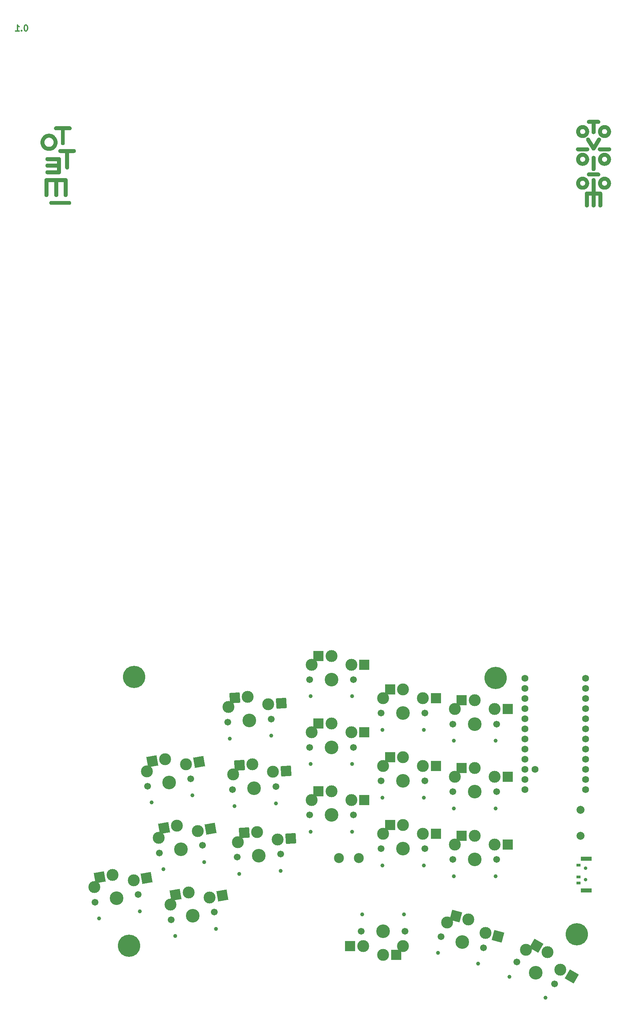
<source format=gbs>
G04 #@! TF.GenerationSoftware,KiCad,Pcbnew,8.0.4*
G04 #@! TF.CreationDate,2024-08-09T12:35:52+02:00*
G04 #@! TF.ProjectId,totem_0_3,746f7465-6d5f-4305-9f33-2e6b69636164,0.3*
G04 #@! TF.SameCoordinates,Original*
G04 #@! TF.FileFunction,Soldermask,Bot*
G04 #@! TF.FilePolarity,Negative*
%FSLAX46Y46*%
G04 Gerber Fmt 4.6, Leading zero omitted, Abs format (unit mm)*
G04 Created by KiCad (PCBNEW 8.0.4) date 2024-08-09 12:35:52*
%MOMM*%
%LPD*%
G01*
G04 APERTURE LIST*
G04 Aperture macros list*
%AMRotRect*
0 Rectangle, with rotation*
0 The origin of the aperture is its center*
0 $1 length*
0 $2 width*
0 $3 Rotation angle, in degrees counterclockwise*
0 Add horizontal line*
21,1,$1,$2,0,0,$3*%
G04 Aperture macros list end*
%ADD10C,0.000000*%
%ADD11C,0.375000*%
%ADD12C,2.000000*%
%ADD13C,0.900000*%
%ADD14R,1.000000X0.700000*%
%ADD15R,2.800000X1.000000*%
%ADD16C,1.752600*%
%ADD17C,1.701800*%
%ADD18C,3.000000*%
%ADD19C,3.429000*%
%ADD20RotRect,2.600000X2.600000X150.000000*%
%ADD21C,0.990600*%
%ADD22RotRect,2.600000X2.600000X165.000000*%
%ADD23R,2.600000X2.600000*%
%ADD24RotRect,2.600000X2.600000X190.000000*%
%ADD25RotRect,2.600000X2.600000X184.000000*%
%ADD26C,5.600000*%
%ADD27C,2.500000*%
G04 APERTURE END LIST*
D10*
G36*
X220552427Y-100317415D02*
G01*
X220635485Y-100323744D01*
X220717345Y-100334166D01*
X220797903Y-100348578D01*
X220877055Y-100366877D01*
X220954698Y-100388958D01*
X221030728Y-100414720D01*
X221105043Y-100444057D01*
X221177539Y-100476868D01*
X221248112Y-100513048D01*
X221316660Y-100552494D01*
X221383078Y-100595104D01*
X221447264Y-100640772D01*
X221509115Y-100689397D01*
X221568526Y-100740875D01*
X221625394Y-100795102D01*
X221679617Y-100851975D01*
X221731090Y-100911391D01*
X221779711Y-100973247D01*
X221825376Y-101037438D01*
X221867982Y-101103862D01*
X221907425Y-101172415D01*
X221943602Y-101242994D01*
X221976410Y-101315495D01*
X222005745Y-101389816D01*
X222031504Y-101465853D01*
X222053584Y-101543501D01*
X222071881Y-101622660D01*
X222086292Y-101703223D01*
X222096713Y-101785089D01*
X222103042Y-101868155D01*
X222105174Y-101952315D01*
X222103042Y-102036476D01*
X222096713Y-102119541D01*
X222086292Y-102201407D01*
X222071881Y-102281971D01*
X222053584Y-102361129D01*
X222031504Y-102438778D01*
X222005745Y-102514815D01*
X221976410Y-102589135D01*
X221943602Y-102661637D01*
X221907425Y-102732216D01*
X221867982Y-102800769D01*
X221825376Y-102867193D01*
X221779711Y-102931384D01*
X221731090Y-102993239D01*
X221679617Y-103052655D01*
X221625394Y-103109529D01*
X221568526Y-103163756D01*
X221509115Y-103215233D01*
X221447264Y-103263858D01*
X221383078Y-103309527D01*
X221316660Y-103352136D01*
X221248112Y-103391583D01*
X221177539Y-103427763D01*
X221105043Y-103460573D01*
X221030728Y-103489911D01*
X220954698Y-103515672D01*
X220877055Y-103537754D01*
X220797903Y-103556052D01*
X220717345Y-103570464D01*
X220635485Y-103580887D01*
X220552427Y-103587216D01*
X220468272Y-103589349D01*
X220384118Y-103587216D01*
X220301059Y-103580887D01*
X220219200Y-103570464D01*
X220138642Y-103556052D01*
X220059490Y-103537754D01*
X219981847Y-103515672D01*
X219905817Y-103489911D01*
X219831502Y-103460573D01*
X219759006Y-103427763D01*
X219688433Y-103391583D01*
X219619885Y-103352136D01*
X219553467Y-103309527D01*
X219489281Y-103263858D01*
X219427430Y-103215233D01*
X219368019Y-103163756D01*
X219311151Y-103109529D01*
X219256928Y-103052655D01*
X219205455Y-102993239D01*
X219156834Y-102931384D01*
X219111169Y-102867193D01*
X219068563Y-102800769D01*
X219029120Y-102732216D01*
X218992943Y-102661637D01*
X218960135Y-102589135D01*
X218930800Y-102514815D01*
X218905041Y-102438778D01*
X218882961Y-102361129D01*
X218864664Y-102281971D01*
X218850253Y-102201407D01*
X218839832Y-102119541D01*
X218833503Y-102036476D01*
X218831371Y-101952315D01*
X219829738Y-101952315D01*
X219830568Y-101985188D01*
X219833033Y-102017628D01*
X219837092Y-102049595D01*
X219842705Y-102081049D01*
X219849833Y-102111950D01*
X219858434Y-102142259D01*
X219868469Y-102171933D01*
X219879899Y-102200935D01*
X219892682Y-102229224D01*
X219906779Y-102256759D01*
X219922150Y-102283502D01*
X219938755Y-102309410D01*
X219956554Y-102334446D01*
X219975506Y-102358568D01*
X219995572Y-102381736D01*
X220016711Y-102403911D01*
X220038885Y-102425052D01*
X220062051Y-102445119D01*
X220086171Y-102464073D01*
X220111204Y-102481873D01*
X220137111Y-102498479D01*
X220163851Y-102513852D01*
X220191384Y-102527950D01*
X220219671Y-102540734D01*
X220248671Y-102552165D01*
X220278343Y-102562201D01*
X220308649Y-102570803D01*
X220339548Y-102577931D01*
X220371000Y-102583545D01*
X220402965Y-102587604D01*
X220435402Y-102590069D01*
X220468272Y-102590899D01*
X220501133Y-102590069D01*
X220533541Y-102587604D01*
X220565458Y-102583545D01*
X220596845Y-102577931D01*
X220627663Y-102570803D01*
X220657875Y-102562201D01*
X220687440Y-102552165D01*
X220716321Y-102540734D01*
X220744478Y-102527950D01*
X220771873Y-102513852D01*
X220798466Y-102498479D01*
X220824220Y-102481873D01*
X220849096Y-102464073D01*
X220873054Y-102445119D01*
X220896056Y-102425052D01*
X220918063Y-102403911D01*
X220939037Y-102381736D01*
X220958939Y-102358567D01*
X220977729Y-102334446D01*
X220995370Y-102309410D01*
X221011822Y-102283502D01*
X221027047Y-102256759D01*
X221041005Y-102229224D01*
X221053659Y-102200935D01*
X221064970Y-102171933D01*
X221074898Y-102142259D01*
X221083405Y-102111950D01*
X221090452Y-102081049D01*
X221096000Y-102049595D01*
X221100011Y-102017628D01*
X221102447Y-101985188D01*
X221103267Y-101952315D01*
X221102437Y-101919453D01*
X221099973Y-101887042D01*
X221095916Y-101855123D01*
X221090306Y-101823733D01*
X221083186Y-101792912D01*
X221074594Y-101762698D01*
X221064573Y-101733130D01*
X221053161Y-101704247D01*
X221040401Y-101676087D01*
X221026334Y-101648690D01*
X221010998Y-101622093D01*
X220994436Y-101596337D01*
X220976688Y-101571459D01*
X220957795Y-101547498D01*
X220937797Y-101524494D01*
X220916736Y-101502484D01*
X220894651Y-101481508D01*
X220871584Y-101461604D01*
X220847575Y-101442812D01*
X220822665Y-101425169D01*
X220796894Y-101408715D01*
X220770304Y-101393489D01*
X220742935Y-101379528D01*
X220714827Y-101366873D01*
X220686022Y-101355561D01*
X220656560Y-101345632D01*
X220626482Y-101337124D01*
X220595828Y-101330076D01*
X220564640Y-101324527D01*
X220532957Y-101320515D01*
X220500821Y-101318080D01*
X220468272Y-101317259D01*
X220435714Y-101318090D01*
X220403548Y-101320554D01*
X220371818Y-101324611D01*
X220340564Y-101330221D01*
X220309831Y-101337342D01*
X220279658Y-101345934D01*
X220250089Y-101355957D01*
X220221164Y-101367369D01*
X220192928Y-101380130D01*
X220165420Y-101394199D01*
X220138683Y-101409536D01*
X220112760Y-101426099D01*
X220087692Y-101443849D01*
X220063521Y-101462744D01*
X220040289Y-101482743D01*
X220018039Y-101503807D01*
X219996812Y-101525894D01*
X219976649Y-101548963D01*
X219957594Y-101572974D01*
X219939689Y-101597887D01*
X219922974Y-101623660D01*
X219907492Y-101650253D01*
X219893286Y-101677625D01*
X219880397Y-101705735D01*
X219868866Y-101734543D01*
X219858737Y-101764008D01*
X219850051Y-101794089D01*
X219842851Y-101824746D01*
X219837177Y-101855938D01*
X219833072Y-101887624D01*
X219830578Y-101919763D01*
X219829738Y-101952315D01*
X218831371Y-101952315D01*
X218833503Y-101868155D01*
X218839832Y-101785089D01*
X218850253Y-101703223D01*
X218864664Y-101622660D01*
X218882961Y-101543501D01*
X218905041Y-101465853D01*
X218930800Y-101389816D01*
X218960135Y-101315495D01*
X218992943Y-101242994D01*
X219029120Y-101172415D01*
X219068563Y-101103862D01*
X219111169Y-101037438D01*
X219156834Y-100973247D01*
X219205455Y-100911391D01*
X219256928Y-100851975D01*
X219311151Y-100795102D01*
X219368019Y-100740875D01*
X219427430Y-100689397D01*
X219489281Y-100640772D01*
X219553467Y-100595104D01*
X219619885Y-100552494D01*
X219688433Y-100513048D01*
X219759006Y-100476868D01*
X219831502Y-100444057D01*
X219905817Y-100414720D01*
X219981847Y-100388958D01*
X220059490Y-100366877D01*
X220138642Y-100348578D01*
X220219200Y-100334166D01*
X220301059Y-100323744D01*
X220384118Y-100317415D01*
X220468272Y-100315282D01*
X220552427Y-100317415D01*
G37*
G36*
X221672514Y-105911478D02*
G01*
X221698111Y-105913396D01*
X221723316Y-105916556D01*
X221748100Y-105920927D01*
X221772431Y-105926479D01*
X221796280Y-105933182D01*
X221819616Y-105941004D01*
X221842409Y-105949917D01*
X221864628Y-105959889D01*
X221886243Y-105970890D01*
X221907224Y-105982890D01*
X221927540Y-105995858D01*
X221947161Y-106009764D01*
X221966056Y-106024578D01*
X221984196Y-106040269D01*
X222001550Y-106056807D01*
X222018087Y-106074162D01*
X222033777Y-106092302D01*
X222048590Y-106111199D01*
X222062496Y-106130821D01*
X222075463Y-106151138D01*
X222087463Y-106172120D01*
X222098463Y-106193737D01*
X222108435Y-106215957D01*
X222117347Y-106238751D01*
X222125169Y-106262088D01*
X222131871Y-106285939D01*
X222137423Y-106310271D01*
X222141794Y-106335056D01*
X222144953Y-106360263D01*
X222146871Y-106385862D01*
X222147517Y-106411821D01*
X222146861Y-106437781D01*
X222144914Y-106463379D01*
X222141709Y-106488586D01*
X222137278Y-106513371D01*
X222131652Y-106537704D01*
X222124866Y-106561554D01*
X222116950Y-106584891D01*
X222107937Y-106607685D01*
X222097859Y-106629906D01*
X222086750Y-106651522D01*
X222074640Y-106672504D01*
X222061563Y-106692821D01*
X222047550Y-106712443D01*
X222032634Y-106731340D01*
X222016848Y-106749481D01*
X222000222Y-106766835D01*
X221982791Y-106783373D01*
X221964586Y-106799064D01*
X221945640Y-106813878D01*
X221925984Y-106827784D01*
X221905652Y-106840752D01*
X221884674Y-106852752D01*
X221863085Y-106863753D01*
X221840915Y-106873725D01*
X221818198Y-106882638D01*
X221794965Y-106890460D01*
X221771250Y-106897163D01*
X221747083Y-106902715D01*
X221722498Y-106907086D01*
X221697527Y-106910245D01*
X221672203Y-106912164D01*
X221646556Y-106912810D01*
X219282924Y-106912810D01*
X219256966Y-106912164D01*
X219231369Y-106910245D01*
X219206164Y-106907086D01*
X219181380Y-106902715D01*
X219157049Y-106897163D01*
X219133200Y-106890460D01*
X219109864Y-106882638D01*
X219087071Y-106873725D01*
X219064852Y-106863753D01*
X219043237Y-106852752D01*
X219022256Y-106840752D01*
X219001940Y-106827784D01*
X218982319Y-106813878D01*
X218963424Y-106799064D01*
X218945284Y-106783373D01*
X218927930Y-106766835D01*
X218911393Y-106749481D01*
X218895703Y-106731340D01*
X218880890Y-106712443D01*
X218866984Y-106692821D01*
X218854017Y-106672504D01*
X218842017Y-106651522D01*
X218831017Y-106629906D01*
X218821045Y-106607685D01*
X218812133Y-106584891D01*
X218804311Y-106561554D01*
X218797609Y-106537704D01*
X218792057Y-106513371D01*
X218787686Y-106488586D01*
X218784527Y-106463379D01*
X218782609Y-106437781D01*
X218781963Y-106411821D01*
X218782619Y-106385862D01*
X218784566Y-106360263D01*
X218787771Y-106335056D01*
X218792202Y-106310271D01*
X218797828Y-106285939D01*
X218804614Y-106262088D01*
X218812530Y-106238751D01*
X218821543Y-106215957D01*
X218831621Y-106193737D01*
X218842730Y-106172120D01*
X218854840Y-106151138D01*
X218867918Y-106130821D01*
X218881930Y-106111199D01*
X218896846Y-106092302D01*
X218912633Y-106074162D01*
X218929258Y-106056807D01*
X218946689Y-106040269D01*
X218964894Y-106024578D01*
X218983840Y-106009764D01*
X219003496Y-105995858D01*
X219023829Y-105982890D01*
X219044806Y-105970890D01*
X219066395Y-105959889D01*
X219088565Y-105949917D01*
X219111282Y-105941004D01*
X219134515Y-105933182D01*
X219158230Y-105926479D01*
X219182397Y-105920927D01*
X219206982Y-105916556D01*
X219231953Y-105913396D01*
X219257278Y-105911478D01*
X219282924Y-105910832D01*
X221646556Y-105910832D01*
X221672514Y-105911478D01*
G37*
G36*
X85075896Y-113645060D02*
G01*
X85101492Y-113647007D01*
X85126697Y-113650212D01*
X85151480Y-113654644D01*
X85175811Y-113660269D01*
X85199659Y-113667056D01*
X85222995Y-113674972D01*
X85245787Y-113683985D01*
X85268006Y-113694062D01*
X85289620Y-113705172D01*
X85310600Y-113717282D01*
X85330916Y-113730360D01*
X85350536Y-113744373D01*
X85369432Y-113759289D01*
X85387571Y-113775076D01*
X85404924Y-113791701D01*
X85421461Y-113809133D01*
X85437151Y-113827339D01*
X85451963Y-113846286D01*
X85465868Y-113865943D01*
X85478835Y-113886276D01*
X85490834Y-113907255D01*
X85501834Y-113928846D01*
X85511806Y-113951017D01*
X85520717Y-113973735D01*
X85528539Y-113996970D01*
X85535241Y-114020687D01*
X85540793Y-114044855D01*
X85545163Y-114069442D01*
X85548323Y-114094416D01*
X85550241Y-114119743D01*
X85550887Y-114145392D01*
X85550887Y-117902807D01*
X85550241Y-117928766D01*
X85548323Y-117954365D01*
X85545163Y-117979571D01*
X85540793Y-118004356D01*
X85535241Y-118028689D01*
X85528539Y-118052539D01*
X85520717Y-118075876D01*
X85511806Y-118098670D01*
X85501834Y-118120890D01*
X85490834Y-118142507D01*
X85478835Y-118163489D01*
X85465868Y-118183806D01*
X85451963Y-118203428D01*
X85437151Y-118222325D01*
X85421461Y-118240465D01*
X85404924Y-118257820D01*
X85387571Y-118274358D01*
X85369432Y-118290049D01*
X85350536Y-118304863D01*
X85330916Y-118318769D01*
X85310600Y-118331737D01*
X85289620Y-118343737D01*
X85268006Y-118354738D01*
X85245787Y-118364710D01*
X85222995Y-118373623D01*
X85199659Y-118381445D01*
X85175811Y-118388148D01*
X85151480Y-118393700D01*
X85126697Y-118398071D01*
X85101492Y-118401231D01*
X85075896Y-118403149D01*
X85049938Y-118403795D01*
X85023981Y-118403139D01*
X84998385Y-118401192D01*
X84973180Y-118397987D01*
X84948397Y-118393555D01*
X84924066Y-118387930D01*
X84900218Y-118381143D01*
X84876882Y-118373227D01*
X84854090Y-118364214D01*
X84831871Y-118354137D01*
X84810257Y-118343027D01*
X84789277Y-118330917D01*
X84768961Y-118317839D01*
X84749340Y-118303826D01*
X84730445Y-118288910D01*
X84712306Y-118273123D01*
X84694953Y-118256497D01*
X84678416Y-118239066D01*
X84662726Y-118220860D01*
X84647914Y-118201913D01*
X84634009Y-118182256D01*
X84621042Y-118161922D01*
X84609043Y-118140944D01*
X84598043Y-118119353D01*
X84588071Y-118097182D01*
X84579160Y-118074464D01*
X84571338Y-118051229D01*
X84564636Y-118027512D01*
X84559084Y-118003344D01*
X84554714Y-117978757D01*
X84551554Y-117953783D01*
X84549636Y-117928456D01*
X84548990Y-117902807D01*
X84548990Y-114646380D01*
X83190785Y-114646380D01*
X83190785Y-117902807D01*
X83190139Y-117928766D01*
X83188221Y-117954365D01*
X83185062Y-117979571D01*
X83180691Y-118004356D01*
X83175139Y-118028689D01*
X83168437Y-118052539D01*
X83160615Y-118075876D01*
X83151704Y-118098670D01*
X83141732Y-118120890D01*
X83130732Y-118142507D01*
X83118733Y-118163489D01*
X83105766Y-118183806D01*
X83091861Y-118203428D01*
X83077049Y-118222325D01*
X83061359Y-118240465D01*
X83044822Y-118257820D01*
X83027469Y-118274358D01*
X83009330Y-118290049D01*
X82990434Y-118304863D01*
X82970814Y-118318769D01*
X82950498Y-118331737D01*
X82929518Y-118343737D01*
X82907904Y-118354738D01*
X82885685Y-118364710D01*
X82862893Y-118373623D01*
X82839557Y-118381445D01*
X82815709Y-118388148D01*
X82791378Y-118393700D01*
X82766595Y-118398071D01*
X82741390Y-118401231D01*
X82715794Y-118403149D01*
X82689837Y-118403795D01*
X82663879Y-118403139D01*
X82638283Y-118401192D01*
X82613078Y-118397987D01*
X82588295Y-118393555D01*
X82563964Y-118387930D01*
X82540116Y-118381143D01*
X82516780Y-118373227D01*
X82493988Y-118364214D01*
X82471770Y-118354137D01*
X82450155Y-118343027D01*
X82429175Y-118330917D01*
X82408859Y-118317839D01*
X82389239Y-118303826D01*
X82370344Y-118288910D01*
X82352204Y-118273123D01*
X82334851Y-118256497D01*
X82318314Y-118239066D01*
X82302625Y-118220860D01*
X82287812Y-118201913D01*
X82273907Y-118182256D01*
X82260940Y-118161922D01*
X82248941Y-118140944D01*
X82237941Y-118119353D01*
X82227970Y-118097182D01*
X82219058Y-118074464D01*
X82211236Y-118051229D01*
X82204534Y-118027512D01*
X82198983Y-118003344D01*
X82194612Y-117978757D01*
X82191452Y-117953783D01*
X82189534Y-117928456D01*
X82188888Y-117902807D01*
X82188888Y-114646381D01*
X80710738Y-114646381D01*
X80710738Y-117902807D01*
X80710092Y-117928767D01*
X80708174Y-117954365D01*
X80705014Y-117979572D01*
X80700643Y-118004357D01*
X80695092Y-118028690D01*
X80688390Y-118052540D01*
X80680568Y-118075877D01*
X80671656Y-118098671D01*
X80661685Y-118120891D01*
X80650685Y-118142508D01*
X80638686Y-118163490D01*
X80625719Y-118183807D01*
X80611814Y-118203429D01*
X80597001Y-118222325D01*
X80581312Y-118240466D01*
X80564775Y-118257821D01*
X80547422Y-118274359D01*
X80529282Y-118290050D01*
X80510387Y-118304863D01*
X80490767Y-118318770D01*
X80470451Y-118331738D01*
X80449471Y-118343738D01*
X80427856Y-118354739D01*
X80405638Y-118364711D01*
X80382845Y-118373623D01*
X80359510Y-118381446D01*
X80335662Y-118388148D01*
X80311331Y-118393700D01*
X80286548Y-118398071D01*
X80261343Y-118401231D01*
X80235747Y-118403149D01*
X80209789Y-118403795D01*
X80183832Y-118403139D01*
X80158236Y-118401192D01*
X80133031Y-118397987D01*
X80108248Y-118393555D01*
X80083917Y-118387930D01*
X80060069Y-118381143D01*
X80036733Y-118373227D01*
X80013941Y-118364214D01*
X79991722Y-118354137D01*
X79970108Y-118343027D01*
X79949128Y-118330917D01*
X79928812Y-118317839D01*
X79909192Y-118303826D01*
X79890296Y-118288910D01*
X79872157Y-118273123D01*
X79854804Y-118256497D01*
X79838267Y-118239066D01*
X79822577Y-118220860D01*
X79807765Y-118201913D01*
X79793860Y-118182256D01*
X79780893Y-118161922D01*
X79768894Y-118140944D01*
X79757894Y-118119353D01*
X79747922Y-118097182D01*
X79739011Y-118074464D01*
X79731189Y-118051229D01*
X79724487Y-118027512D01*
X79718935Y-118003344D01*
X79714565Y-117978757D01*
X79711405Y-117953783D01*
X79709487Y-117928456D01*
X79708841Y-117902807D01*
X79708841Y-114646380D01*
X79708841Y-114145392D01*
X79709497Y-114119433D01*
X79711444Y-114093835D01*
X79714649Y-114068628D01*
X79719080Y-114043843D01*
X79724705Y-114019510D01*
X79731491Y-113995660D01*
X79739406Y-113972323D01*
X79748419Y-113949529D01*
X79758495Y-113927308D01*
X79769604Y-113905692D01*
X79781713Y-113884710D01*
X79794790Y-113864393D01*
X79808802Y-113844771D01*
X79823717Y-113825874D01*
X79839503Y-113807734D01*
X79856127Y-113790379D01*
X79873557Y-113773841D01*
X79891761Y-113758150D01*
X79910707Y-113743336D01*
X79930362Y-113729430D01*
X79950694Y-113716462D01*
X79971671Y-113704462D01*
X79993260Y-113693461D01*
X80015429Y-113683489D01*
X80038146Y-113674576D01*
X80061379Y-113666754D01*
X80085094Y-113660051D01*
X80109261Y-113654499D01*
X80133846Y-113650128D01*
X80158817Y-113646968D01*
X80184142Y-113645050D01*
X80209789Y-113644404D01*
X85049938Y-113644404D01*
X85075896Y-113645060D01*
G37*
G36*
X215049055Y-113283144D02*
G01*
X215132113Y-113289473D01*
X215213973Y-113299896D01*
X215294531Y-113314308D01*
X215373683Y-113332606D01*
X215451325Y-113354688D01*
X215527356Y-113380449D01*
X215601671Y-113409787D01*
X215674166Y-113442597D01*
X215744740Y-113478777D01*
X215813288Y-113518224D01*
X215879706Y-113560833D01*
X215943892Y-113606502D01*
X216005742Y-113655127D01*
X216065153Y-113706604D01*
X216122022Y-113760832D01*
X216176245Y-113817705D01*
X216227718Y-113877121D01*
X216276339Y-113938976D01*
X216322004Y-114003167D01*
X216364610Y-114069591D01*
X216404053Y-114138144D01*
X216440230Y-114208723D01*
X216473038Y-114281224D01*
X216502373Y-114355545D01*
X216528132Y-114431582D01*
X216550212Y-114509230D01*
X216568509Y-114588388D01*
X216582919Y-114668952D01*
X216593341Y-114750818D01*
X216599670Y-114833883D01*
X216601802Y-114918044D01*
X216599670Y-115002205D01*
X216593341Y-115085270D01*
X216582919Y-115167136D01*
X216568509Y-115247699D01*
X216550212Y-115326857D01*
X216528132Y-115404507D01*
X216502373Y-115480543D01*
X216473038Y-115554864D01*
X216440230Y-115627365D01*
X216404053Y-115697944D01*
X216364610Y-115766497D01*
X216322004Y-115832921D01*
X216276339Y-115897113D01*
X216227718Y-115958968D01*
X216176245Y-116018384D01*
X216122022Y-116075257D01*
X216065153Y-116129484D01*
X216005742Y-116180962D01*
X215943892Y-116229587D01*
X215879706Y-116275256D01*
X215813288Y-116317865D01*
X215744740Y-116357312D01*
X215674166Y-116393492D01*
X215601671Y-116426303D01*
X215527356Y-116455640D01*
X215451325Y-116481402D01*
X215373683Y-116503483D01*
X215294531Y-116521782D01*
X215213973Y-116536194D01*
X215132113Y-116546616D01*
X215049055Y-116552946D01*
X214964900Y-116555078D01*
X214880746Y-116552946D01*
X214797687Y-116546616D01*
X214715827Y-116536194D01*
X214635269Y-116521782D01*
X214556117Y-116503483D01*
X214478474Y-116481402D01*
X214402443Y-116455640D01*
X214328127Y-116426303D01*
X214255631Y-116393492D01*
X214185057Y-116357312D01*
X214116509Y-116317865D01*
X214050090Y-116275256D01*
X213985903Y-116229587D01*
X213924052Y-116180962D01*
X213864640Y-116129484D01*
X213807771Y-116075257D01*
X213753548Y-116018384D01*
X213702073Y-115958968D01*
X213653452Y-115897113D01*
X213607786Y-115832921D01*
X213565180Y-115766497D01*
X213525736Y-115697944D01*
X213489558Y-115627365D01*
X213456750Y-115554864D01*
X213427414Y-115480543D01*
X213401655Y-115404507D01*
X213379575Y-115326857D01*
X213361277Y-115247699D01*
X213346866Y-115167136D01*
X213336445Y-115085270D01*
X213330116Y-115002205D01*
X213327983Y-114918044D01*
X214329890Y-114918044D01*
X214330721Y-114950606D01*
X214333185Y-114982775D01*
X214337242Y-115014509D01*
X214342851Y-115045765D01*
X214349972Y-115076501D01*
X214358563Y-115106677D01*
X214368585Y-115136249D01*
X214379996Y-115165175D01*
X214392756Y-115193415D01*
X214406824Y-115220925D01*
X214422160Y-115247663D01*
X214438722Y-115273589D01*
X214456470Y-115298659D01*
X214475363Y-115322831D01*
X214495362Y-115346065D01*
X214516423Y-115368317D01*
X214538509Y-115389545D01*
X214561576Y-115409709D01*
X214585586Y-115428765D01*
X214610496Y-115446672D01*
X214636268Y-115463388D01*
X214662858Y-115478870D01*
X214690228Y-115493078D01*
X214718337Y-115505968D01*
X214747143Y-115517498D01*
X214776605Y-115527628D01*
X214806685Y-115536314D01*
X214837339Y-115543516D01*
X214868529Y-115549190D01*
X214900213Y-115553295D01*
X214932350Y-115555788D01*
X214964900Y-115556629D01*
X214997459Y-115555798D01*
X215029625Y-115553333D01*
X215061355Y-115549274D01*
X215092608Y-115543661D01*
X215123341Y-115536533D01*
X215153513Y-115527930D01*
X215183082Y-115517894D01*
X215212006Y-115506464D01*
X215240242Y-115493679D01*
X215267749Y-115479581D01*
X215294485Y-115464209D01*
X215320408Y-115447603D01*
X215345475Y-115429802D01*
X215369645Y-115410849D01*
X215392876Y-115390781D01*
X215415126Y-115369640D01*
X215436353Y-115347465D01*
X215456514Y-115324297D01*
X215475569Y-115300175D01*
X215493474Y-115275139D01*
X215510188Y-115249230D01*
X215525669Y-115222488D01*
X215539875Y-115194953D01*
X215552763Y-115166664D01*
X215564293Y-115137662D01*
X215574422Y-115107987D01*
X215583107Y-115077679D01*
X215590308Y-115046778D01*
X215595981Y-115015324D01*
X215600086Y-114983357D01*
X215602579Y-114950917D01*
X215603420Y-114918044D01*
X215602589Y-114885181D01*
X215600124Y-114852771D01*
X215596065Y-114820851D01*
X215590452Y-114789462D01*
X215583325Y-114758640D01*
X215574724Y-114728426D01*
X215564688Y-114698858D01*
X215553259Y-114669975D01*
X215540476Y-114641816D01*
X215526379Y-114614418D01*
X215511008Y-114587822D01*
X215494403Y-114562065D01*
X215476605Y-114537187D01*
X215457653Y-114513227D01*
X215437587Y-114490222D01*
X215416448Y-114468213D01*
X215394275Y-114447237D01*
X215371109Y-114427333D01*
X215346990Y-114408541D01*
X215321957Y-114390898D01*
X215296051Y-114374444D01*
X215269311Y-114359218D01*
X215241779Y-114345257D01*
X215213493Y-114332602D01*
X215184494Y-114321290D01*
X215154822Y-114311361D01*
X215124517Y-114302853D01*
X215093620Y-114295805D01*
X215062169Y-114290256D01*
X215030205Y-114286244D01*
X214997769Y-114283809D01*
X214964900Y-114282988D01*
X214932040Y-114283819D01*
X214899632Y-114286283D01*
X214867715Y-114290340D01*
X214836327Y-114295950D01*
X214805508Y-114303071D01*
X214775297Y-114311664D01*
X214745731Y-114321686D01*
X214716850Y-114333098D01*
X214688692Y-114345859D01*
X214661297Y-114359929D01*
X214634702Y-114375265D01*
X214608948Y-114391829D01*
X214584071Y-114409578D01*
X214560113Y-114428473D01*
X214537110Y-114448473D01*
X214515102Y-114469536D01*
X214494127Y-114491623D01*
X214474225Y-114514693D01*
X214455434Y-114538704D01*
X214437792Y-114563616D01*
X214421340Y-114589389D01*
X214406114Y-114615982D01*
X214392155Y-114643354D01*
X214379501Y-114671464D01*
X214368190Y-114700272D01*
X214358261Y-114729737D01*
X214349754Y-114759818D01*
X214342706Y-114790475D01*
X214337158Y-114821667D01*
X214333146Y-114853352D01*
X214330711Y-114885492D01*
X214329890Y-114918044D01*
X213327983Y-114918044D01*
X213330116Y-114833883D01*
X213336444Y-114750818D01*
X213346866Y-114668952D01*
X213361277Y-114588388D01*
X213379574Y-114509230D01*
X213401653Y-114431582D01*
X213427413Y-114355545D01*
X213456748Y-114281224D01*
X213489556Y-114208723D01*
X213525733Y-114138144D01*
X213565176Y-114069591D01*
X213607782Y-114003167D01*
X213653447Y-113938976D01*
X213702068Y-113877121D01*
X213753542Y-113817705D01*
X213807765Y-113760832D01*
X213864634Y-113706604D01*
X213924046Y-113655127D01*
X213985896Y-113606502D01*
X214050083Y-113560833D01*
X214116502Y-113518224D01*
X214185050Y-113478777D01*
X214255624Y-113442597D01*
X214328121Y-113409787D01*
X214402437Y-113380449D01*
X214478468Y-113354688D01*
X214556112Y-113332606D01*
X214635265Y-113314308D01*
X214715823Y-113299896D01*
X214797685Y-113289473D01*
X214880745Y-113283144D01*
X214964900Y-113281011D01*
X215049055Y-113283144D01*
G37*
G36*
X217742551Y-108053038D02*
G01*
X217768146Y-108054985D01*
X217793350Y-108058191D01*
X217818133Y-108062622D01*
X217842463Y-108068247D01*
X217866311Y-108075034D01*
X217889646Y-108082950D01*
X217912438Y-108091963D01*
X217934656Y-108102041D01*
X217956270Y-108113151D01*
X217977251Y-108125261D01*
X217997566Y-108138338D01*
X218017187Y-108152351D01*
X218036082Y-108167267D01*
X218054221Y-108183054D01*
X218071575Y-108199680D01*
X218088111Y-108217112D01*
X218103801Y-108235317D01*
X218118614Y-108254265D01*
X218132519Y-108273921D01*
X218145487Y-108294255D01*
X218157486Y-108315234D01*
X218168486Y-108336824D01*
X218178458Y-108358995D01*
X218187370Y-108381714D01*
X218195192Y-108404948D01*
X218201894Y-108428666D01*
X218207445Y-108452834D01*
X218211816Y-108477421D01*
X218214976Y-108502395D01*
X218216894Y-108527722D01*
X218217540Y-108553371D01*
X218217540Y-111404068D01*
X218216884Y-111430027D01*
X218214937Y-111455625D01*
X218211732Y-111480832D01*
X218207301Y-111505617D01*
X218201676Y-111529950D01*
X218194890Y-111553800D01*
X218186974Y-111577137D01*
X218177962Y-111599931D01*
X218167885Y-111622152D01*
X218156776Y-111643768D01*
X218144667Y-111664750D01*
X218131590Y-111685067D01*
X218117578Y-111704689D01*
X218102663Y-111723586D01*
X218086877Y-111741727D01*
X218070253Y-111759081D01*
X218052822Y-111775619D01*
X218034618Y-111791310D01*
X218015672Y-111806124D01*
X217996017Y-111820030D01*
X217975685Y-111832998D01*
X217954709Y-111844998D01*
X217933120Y-111855999D01*
X217910951Y-111865971D01*
X217888234Y-111874884D01*
X217865002Y-111882706D01*
X217841287Y-111889409D01*
X217817121Y-111894961D01*
X217792536Y-111899332D01*
X217767565Y-111902492D01*
X217742240Y-111904410D01*
X217716594Y-111905056D01*
X217690636Y-111904400D01*
X217665039Y-111902453D01*
X217639834Y-111899248D01*
X217615050Y-111894816D01*
X217590719Y-111889191D01*
X217566870Y-111882404D01*
X217543534Y-111874488D01*
X217520741Y-111865475D01*
X217498522Y-111855397D01*
X217476907Y-111844288D01*
X217455926Y-111832178D01*
X217435610Y-111819100D01*
X217415989Y-111805087D01*
X217397094Y-111790171D01*
X217378954Y-111774384D01*
X217361600Y-111757758D01*
X217345063Y-111740326D01*
X217329373Y-111722121D01*
X217314560Y-111703173D01*
X217300654Y-111683517D01*
X217287687Y-111663183D01*
X217275687Y-111642205D01*
X217264687Y-111620614D01*
X217254715Y-111598443D01*
X217245803Y-111575724D01*
X217237981Y-111552490D01*
X217231279Y-111528773D01*
X217225727Y-111504604D01*
X217221356Y-111480017D01*
X217218197Y-111455044D01*
X217216279Y-111429717D01*
X217215633Y-111404068D01*
X217215633Y-108553371D01*
X217216279Y-108527412D01*
X217218197Y-108501813D01*
X217221356Y-108476606D01*
X217225727Y-108451821D01*
X217231279Y-108427488D01*
X217237981Y-108403638D01*
X217245803Y-108380301D01*
X217254715Y-108357507D01*
X217264687Y-108335286D01*
X217275687Y-108313670D01*
X217287687Y-108292688D01*
X217300654Y-108272371D01*
X217314560Y-108252749D01*
X217329373Y-108233852D01*
X217345063Y-108215711D01*
X217361600Y-108198357D01*
X217378954Y-108181819D01*
X217397094Y-108166128D01*
X217415989Y-108151314D01*
X217435610Y-108137408D01*
X217455926Y-108124440D01*
X217476907Y-108112440D01*
X217498522Y-108101439D01*
X217520741Y-108091467D01*
X217543534Y-108082554D01*
X217566870Y-108074732D01*
X217590719Y-108068029D01*
X217615050Y-108062477D01*
X217639834Y-108058106D01*
X217665039Y-108054947D01*
X217690636Y-108053028D01*
X217716594Y-108052382D01*
X217742551Y-108053038D01*
G37*
G36*
X216176205Y-105911478D02*
G01*
X216201801Y-105913396D01*
X216227005Y-105916556D01*
X216251787Y-105920927D01*
X216276118Y-105926479D01*
X216299965Y-105933182D01*
X216323301Y-105941004D01*
X216346093Y-105949917D01*
X216368311Y-105959889D01*
X216389925Y-105970890D01*
X216410905Y-105982890D01*
X216431221Y-105995858D01*
X216450841Y-106009764D01*
X216469737Y-106024578D01*
X216487876Y-106040269D01*
X216505229Y-106056807D01*
X216521766Y-106074162D01*
X216537456Y-106092302D01*
X216552269Y-106111199D01*
X216566174Y-106130821D01*
X216579141Y-106151138D01*
X216591141Y-106172120D01*
X216602141Y-106193737D01*
X216612112Y-106215957D01*
X216621024Y-106238751D01*
X216628846Y-106262088D01*
X216635549Y-106285939D01*
X216641100Y-106310271D01*
X216645471Y-106335056D01*
X216648631Y-106360263D01*
X216650549Y-106385862D01*
X216651195Y-106411821D01*
X216650539Y-106437781D01*
X216648592Y-106463379D01*
X216645387Y-106488586D01*
X216640956Y-106513371D01*
X216635331Y-106537704D01*
X216628545Y-106561554D01*
X216620629Y-106584891D01*
X216611617Y-106607685D01*
X216601540Y-106629906D01*
X216590431Y-106651522D01*
X216578321Y-106672504D01*
X216565245Y-106692821D01*
X216551233Y-106712443D01*
X216536318Y-106731340D01*
X216520532Y-106749481D01*
X216503907Y-106766835D01*
X216486477Y-106783373D01*
X216468273Y-106799064D01*
X216449327Y-106813878D01*
X216429672Y-106827784D01*
X216409340Y-106840752D01*
X216388363Y-106852752D01*
X216366774Y-106863753D01*
X216344605Y-106873725D01*
X216321889Y-106882638D01*
X216298657Y-106890460D01*
X216274941Y-106897163D01*
X216250775Y-106902715D01*
X216226191Y-106907086D01*
X216201220Y-106910245D01*
X216175895Y-106912164D01*
X216150249Y-106912810D01*
X213786601Y-106912810D01*
X213760645Y-106912164D01*
X213735049Y-106910245D01*
X213709845Y-106907086D01*
X213685063Y-106902715D01*
X213660733Y-106897163D01*
X213636885Y-106890460D01*
X213613549Y-106882638D01*
X213590758Y-106873725D01*
X213568539Y-106863753D01*
X213546925Y-106852752D01*
X213525945Y-106840752D01*
X213505629Y-106827784D01*
X213486009Y-106813878D01*
X213467114Y-106799064D01*
X213448974Y-106783373D01*
X213431621Y-106766835D01*
X213415084Y-106749481D01*
X213399394Y-106731340D01*
X213384581Y-106712443D01*
X213370676Y-106692821D01*
X213357709Y-106672504D01*
X213345710Y-106651522D01*
X213334709Y-106629906D01*
X213324738Y-106607685D01*
X213315826Y-106584891D01*
X213308004Y-106561554D01*
X213301301Y-106537704D01*
X213295750Y-106513371D01*
X213291379Y-106488586D01*
X213288219Y-106463379D01*
X213286301Y-106437781D01*
X213285655Y-106411821D01*
X213286311Y-106385862D01*
X213288258Y-106360263D01*
X213291463Y-106335056D01*
X213295894Y-106310271D01*
X213301519Y-106285939D01*
X213308306Y-106262088D01*
X213316221Y-106238751D01*
X213325233Y-106215957D01*
X213335310Y-106193737D01*
X213346419Y-106172120D01*
X213358529Y-106151138D01*
X213371605Y-106130821D01*
X213385617Y-106111199D01*
X213400532Y-106092302D01*
X213416318Y-106074162D01*
X213432943Y-106056807D01*
X213450373Y-106040269D01*
X213468577Y-106024578D01*
X213487523Y-106009764D01*
X213507178Y-105995858D01*
X213527510Y-105982890D01*
X213548487Y-105970890D01*
X213570076Y-105959889D01*
X213592245Y-105949917D01*
X213614961Y-105941004D01*
X213638194Y-105933182D01*
X213661909Y-105926479D01*
X213686075Y-105920927D01*
X213710659Y-105916556D01*
X213735630Y-105913396D01*
X213760955Y-105911478D01*
X213786601Y-105910832D01*
X216150249Y-105910832D01*
X216176205Y-105911478D01*
G37*
G36*
X86095121Y-100633455D02*
G01*
X86120446Y-100635373D01*
X86145418Y-100638533D01*
X86170003Y-100642904D01*
X86194169Y-100648456D01*
X86217885Y-100655158D01*
X86241117Y-100662981D01*
X86263834Y-100671893D01*
X86286003Y-100681865D01*
X86307592Y-100692866D01*
X86328569Y-100704866D01*
X86348901Y-100717834D01*
X86368556Y-100731740D01*
X86387502Y-100746554D01*
X86405706Y-100762245D01*
X86423136Y-100778784D01*
X86439761Y-100796138D01*
X86455547Y-100814279D01*
X86470462Y-100833176D01*
X86484474Y-100852798D01*
X86497550Y-100873115D01*
X86509659Y-100894097D01*
X86520768Y-100915713D01*
X86530845Y-100937933D01*
X86539857Y-100960728D01*
X86547772Y-100984065D01*
X86554559Y-101007915D01*
X86560183Y-101032248D01*
X86564615Y-101057033D01*
X86567820Y-101082240D01*
X86569766Y-101107838D01*
X86570422Y-101133798D01*
X86569776Y-101159757D01*
X86567858Y-101185355D01*
X86564699Y-101210562D01*
X86560328Y-101235347D01*
X86554777Y-101259680D01*
X86548075Y-101283530D01*
X86540253Y-101306868D01*
X86531341Y-101329662D01*
X86521370Y-101351882D01*
X86510370Y-101373498D01*
X86498371Y-101394480D01*
X86485404Y-101414797D01*
X86471499Y-101434420D01*
X86456686Y-101453316D01*
X86440996Y-101471457D01*
X86424460Y-101488812D01*
X86407106Y-101505350D01*
X86388967Y-101521041D01*
X86370072Y-101535854D01*
X86350452Y-101549761D01*
X86330136Y-101562729D01*
X86309156Y-101574729D01*
X86287541Y-101585730D01*
X86265322Y-101595702D01*
X86242530Y-101604614D01*
X86219195Y-101612437D01*
X86195347Y-101619139D01*
X86171016Y-101624691D01*
X86146233Y-101629062D01*
X86121028Y-101632222D01*
X86095431Y-101634140D01*
X86069474Y-101634786D01*
X84848853Y-101634786D01*
X84848853Y-104884157D01*
X84848207Y-104909806D01*
X84846289Y-104935133D01*
X84843129Y-104960107D01*
X84838759Y-104984694D01*
X84833207Y-105008862D01*
X84826505Y-105032580D01*
X84818683Y-105055814D01*
X84809771Y-105078533D01*
X84799800Y-105100704D01*
X84788800Y-105122295D01*
X84776801Y-105143273D01*
X84763834Y-105163607D01*
X84749929Y-105183263D01*
X84735117Y-105202211D01*
X84719427Y-105220416D01*
X84702890Y-105237848D01*
X84685537Y-105254474D01*
X84667397Y-105270261D01*
X84648502Y-105285177D01*
X84628882Y-105299190D01*
X84608566Y-105312267D01*
X84587586Y-105324377D01*
X84565971Y-105335487D01*
X84543753Y-105345565D01*
X84520961Y-105354578D01*
X84497625Y-105362494D01*
X84473777Y-105369281D01*
X84449446Y-105374906D01*
X84424663Y-105379337D01*
X84399458Y-105382542D01*
X84373862Y-105384489D01*
X84347904Y-105385145D01*
X84321947Y-105384499D01*
X84296351Y-105382581D01*
X84271146Y-105379421D01*
X84246363Y-105375050D01*
X84222032Y-105369499D01*
X84198184Y-105362796D01*
X84174848Y-105354973D01*
X84152056Y-105346061D01*
X84129838Y-105336089D01*
X84108223Y-105325088D01*
X84087243Y-105313088D01*
X84066927Y-105300120D01*
X84047307Y-105286214D01*
X84028412Y-105271400D01*
X84010272Y-105255709D01*
X83992919Y-105239171D01*
X83976383Y-105221816D01*
X83960693Y-105203676D01*
X83945880Y-105184779D01*
X83931975Y-105165157D01*
X83919008Y-105144840D01*
X83907009Y-105123858D01*
X83896009Y-105102242D01*
X83886038Y-105080021D01*
X83877126Y-105057227D01*
X83869304Y-105033890D01*
X83862602Y-105010040D01*
X83857051Y-104985707D01*
X83852680Y-104960922D01*
X83849520Y-104935715D01*
X83847603Y-104910116D01*
X83846956Y-104884157D01*
X83846956Y-101634786D01*
X82626336Y-101634786D01*
X82600689Y-101634140D01*
X82575363Y-101632222D01*
X82550392Y-101629062D01*
X82525807Y-101624691D01*
X82501641Y-101619139D01*
X82477925Y-101612437D01*
X82454693Y-101604614D01*
X82431976Y-101595702D01*
X82409807Y-101585730D01*
X82388218Y-101574729D01*
X82367241Y-101562729D01*
X82346909Y-101549761D01*
X82327254Y-101535854D01*
X82308308Y-101521041D01*
X82290104Y-101505350D01*
X82272673Y-101488812D01*
X82256049Y-101471457D01*
X82240263Y-101453316D01*
X82225348Y-101434420D01*
X82211336Y-101414797D01*
X82198260Y-101394480D01*
X82186151Y-101373498D01*
X82175042Y-101351882D01*
X82164965Y-101329662D01*
X82155953Y-101306868D01*
X82148037Y-101283530D01*
X82141251Y-101259680D01*
X82135626Y-101235347D01*
X82131195Y-101210562D01*
X82127990Y-101185355D01*
X82126044Y-101159757D01*
X82125387Y-101133798D01*
X82128916Y-101133798D01*
X82129562Y-101108148D01*
X82131480Y-101082821D01*
X82134639Y-101057848D01*
X82139010Y-101033261D01*
X82144561Y-101009092D01*
X82151263Y-100985375D01*
X82159085Y-100962141D01*
X82167997Y-100939422D01*
X82177968Y-100917251D01*
X82188968Y-100895660D01*
X82200967Y-100874682D01*
X82213934Y-100854348D01*
X82227839Y-100834691D01*
X82242652Y-100815744D01*
X82258342Y-100797538D01*
X82274879Y-100780107D01*
X82292232Y-100763481D01*
X82310371Y-100747694D01*
X82329266Y-100732778D01*
X82348887Y-100718765D01*
X82369202Y-100705687D01*
X82390182Y-100693577D01*
X82411797Y-100682467D01*
X82434016Y-100672390D01*
X82456808Y-100663377D01*
X82480143Y-100655461D01*
X82503991Y-100648674D01*
X82528322Y-100643049D01*
X82553105Y-100638617D01*
X82578310Y-100635412D01*
X82603907Y-100633465D01*
X82629864Y-100632809D01*
X86069474Y-100632809D01*
X86095121Y-100633455D01*
G37*
G36*
X218924360Y-99021118D02*
G01*
X218949957Y-99023036D01*
X218975162Y-99026196D01*
X218999946Y-99030567D01*
X219024277Y-99036119D01*
X219048126Y-99042821D01*
X219071462Y-99050644D01*
X219094255Y-99059557D01*
X219116474Y-99069528D01*
X219138089Y-99080530D01*
X219159070Y-99092529D01*
X219179386Y-99105497D01*
X219199007Y-99119404D01*
X219217903Y-99134218D01*
X219236043Y-99149909D01*
X219253396Y-99166447D01*
X219269933Y-99183801D01*
X219285624Y-99201942D01*
X219300437Y-99220839D01*
X219314342Y-99240461D01*
X219327310Y-99260778D01*
X219339309Y-99281760D01*
X219350310Y-99303376D01*
X219360281Y-99325597D01*
X219369193Y-99348390D01*
X219377015Y-99371728D01*
X219383718Y-99395578D01*
X219389269Y-99419911D01*
X219393640Y-99444696D01*
X219396800Y-99469903D01*
X219398718Y-99495501D01*
X219399364Y-99521461D01*
X219398708Y-99547420D01*
X219396761Y-99573018D01*
X219393556Y-99598225D01*
X219389125Y-99623010D01*
X219383500Y-99647343D01*
X219376713Y-99671193D01*
X219368798Y-99694531D01*
X219359785Y-99717325D01*
X219349708Y-99739545D01*
X219338599Y-99761161D01*
X219326490Y-99782143D01*
X219313413Y-99802461D01*
X219299401Y-99822083D01*
X219284485Y-99840979D01*
X219268699Y-99859120D01*
X219252075Y-99876475D01*
X219234644Y-99893013D01*
X219216439Y-99908704D01*
X219197493Y-99923518D01*
X219177837Y-99937424D01*
X219157505Y-99950392D01*
X219136527Y-99962392D01*
X219114938Y-99973393D01*
X219092768Y-99983365D01*
X219070050Y-99992277D01*
X219046817Y-100000100D01*
X219023101Y-100006802D01*
X218998934Y-100012354D01*
X218974348Y-100016725D01*
X218949376Y-100019885D01*
X218924050Y-100021803D01*
X218898402Y-100022449D01*
X218217540Y-100022449D01*
X218217540Y-102104024D01*
X218216894Y-102129983D01*
X218214976Y-102155582D01*
X218211816Y-102180788D01*
X218207445Y-102205573D01*
X218201894Y-102229906D01*
X218195192Y-102253756D01*
X218187370Y-102277094D01*
X218178458Y-102299888D01*
X218168486Y-102322108D01*
X218157486Y-102343725D01*
X218145487Y-102364706D01*
X218132519Y-102385024D01*
X218118614Y-102404646D01*
X218103801Y-102423542D01*
X218088111Y-102441683D01*
X218071575Y-102459038D01*
X218054221Y-102475576D01*
X218036082Y-102491267D01*
X218017187Y-102506081D01*
X217997566Y-102519987D01*
X217977251Y-102532955D01*
X217956270Y-102544955D01*
X217934656Y-102555956D01*
X217912438Y-102565928D01*
X217889646Y-102574840D01*
X217866311Y-102582663D01*
X217842463Y-102589365D01*
X217818133Y-102594917D01*
X217793350Y-102599288D01*
X217768146Y-102602448D01*
X217742551Y-102604366D01*
X217716594Y-102605012D01*
X217690636Y-102604356D01*
X217665039Y-102602409D01*
X217639834Y-102599204D01*
X217615050Y-102594773D01*
X217590719Y-102589147D01*
X217566870Y-102582361D01*
X217543534Y-102574445D01*
X217520741Y-102565432D01*
X217498522Y-102555354D01*
X217476907Y-102544244D01*
X217455926Y-102532134D01*
X217435610Y-102519057D01*
X217415989Y-102505043D01*
X217397094Y-102490127D01*
X217378954Y-102474340D01*
X217361600Y-102457715D01*
X217345063Y-102440283D01*
X217329373Y-102422077D01*
X217314560Y-102403130D01*
X217300654Y-102383473D01*
X217287687Y-102363140D01*
X217275687Y-102342161D01*
X217264687Y-102320570D01*
X217254715Y-102298399D01*
X217245803Y-102275681D01*
X217237981Y-102252446D01*
X217231279Y-102228729D01*
X217225727Y-102204560D01*
X217221356Y-102179974D01*
X217218197Y-102155000D01*
X217216279Y-102129673D01*
X217215633Y-102104024D01*
X217215633Y-100029507D01*
X216534770Y-100029507D01*
X216534770Y-100022449D01*
X216508812Y-100021803D01*
X216483216Y-100019885D01*
X216458011Y-100016725D01*
X216433227Y-100012354D01*
X216408896Y-100006802D01*
X216385048Y-100000100D01*
X216361712Y-99992277D01*
X216338920Y-99983365D01*
X216316702Y-99973393D01*
X216295087Y-99962392D01*
X216274107Y-99950392D01*
X216253791Y-99937424D01*
X216234171Y-99923518D01*
X216215276Y-99908704D01*
X216197137Y-99893013D01*
X216179784Y-99876475D01*
X216163248Y-99859120D01*
X216147558Y-99840979D01*
X216132746Y-99822083D01*
X216118841Y-99802461D01*
X216105874Y-99782143D01*
X216093875Y-99761161D01*
X216082876Y-99739545D01*
X216072905Y-99717325D01*
X216063993Y-99694531D01*
X216056171Y-99671193D01*
X216049469Y-99647343D01*
X216043918Y-99623010D01*
X216039548Y-99598225D01*
X216036388Y-99573018D01*
X216034470Y-99547420D01*
X216033824Y-99521461D01*
X216034480Y-99495501D01*
X216036427Y-99469903D01*
X216039632Y-99444696D01*
X216044063Y-99419911D01*
X216049688Y-99395578D01*
X216056475Y-99371728D01*
X216064390Y-99348390D01*
X216073402Y-99325596D01*
X216083479Y-99303376D01*
X216094588Y-99281760D01*
X216106698Y-99260778D01*
X216119774Y-99240461D01*
X216133786Y-99220839D01*
X216148701Y-99201942D01*
X216164487Y-99183801D01*
X216181112Y-99166447D01*
X216198542Y-99149909D01*
X216216746Y-99134217D01*
X216235692Y-99119404D01*
X216255347Y-99105497D01*
X216275679Y-99092529D01*
X216296656Y-99080530D01*
X216318245Y-99069528D01*
X216340414Y-99059557D01*
X216363130Y-99050644D01*
X216386362Y-99042821D01*
X216410078Y-99036119D01*
X216434244Y-99030567D01*
X216458828Y-99026196D01*
X216483799Y-99023036D01*
X216509124Y-99021118D01*
X216534770Y-99020472D01*
X218898402Y-99020472D01*
X218924360Y-99021118D01*
G37*
G36*
X219118325Y-103444392D02*
G01*
X219142487Y-103446080D01*
X219166618Y-103448942D01*
X219190677Y-103452988D01*
X219214621Y-103458227D01*
X219238407Y-103464669D01*
X219261993Y-103472323D01*
X219285336Y-103481200D01*
X219308393Y-103491308D01*
X219331122Y-103502658D01*
X219353481Y-103515260D01*
X219375164Y-103529289D01*
X219395886Y-103544227D01*
X219415638Y-103560030D01*
X219434410Y-103576657D01*
X219452192Y-103594063D01*
X219468975Y-103612208D01*
X219484749Y-103631048D01*
X219499505Y-103650540D01*
X219513231Y-103670642D01*
X219525920Y-103691311D01*
X219537561Y-103712504D01*
X219548144Y-103734180D01*
X219557660Y-103756295D01*
X219566100Y-103778807D01*
X219573453Y-103801672D01*
X219579709Y-103824849D01*
X219584860Y-103848295D01*
X219588895Y-103871967D01*
X219591805Y-103895822D01*
X219593580Y-103919818D01*
X219594210Y-103943913D01*
X219593685Y-103968062D01*
X219591997Y-103992225D01*
X219589135Y-104016358D01*
X219585090Y-104040419D01*
X219579851Y-104064365D01*
X219573410Y-104088153D01*
X219565756Y-104111741D01*
X219556880Y-104135086D01*
X219546772Y-104158145D01*
X219535423Y-104180877D01*
X219522823Y-104203237D01*
X218143443Y-106489439D01*
X218126053Y-106516552D01*
X218107015Y-106542291D01*
X218086417Y-106566604D01*
X218064346Y-106589438D01*
X218040890Y-106610743D01*
X218016137Y-106630466D01*
X217990175Y-106648556D01*
X217963092Y-106664961D01*
X217934975Y-106679630D01*
X217905913Y-106692511D01*
X217875992Y-106703552D01*
X217845302Y-106712701D01*
X217813929Y-106719907D01*
X217781961Y-106725118D01*
X217749487Y-106728283D01*
X217716594Y-106729349D01*
X217709499Y-106729349D01*
X217693327Y-106729082D01*
X217677228Y-106728283D01*
X217661212Y-106726960D01*
X217645292Y-106725118D01*
X217629478Y-106722765D01*
X217613780Y-106719907D01*
X217598211Y-106716550D01*
X217582780Y-106712701D01*
X217552379Y-106703552D01*
X217522665Y-106692511D01*
X217493726Y-106679631D01*
X217465650Y-106664962D01*
X217438525Y-106648557D01*
X217412438Y-106630467D01*
X217387478Y-106610743D01*
X217363732Y-106589439D01*
X217341288Y-106566604D01*
X217330582Y-106554630D01*
X217320235Y-106542292D01*
X217310257Y-106529598D01*
X217300659Y-106516553D01*
X217291453Y-106503165D01*
X217282649Y-106489439D01*
X215903270Y-104203237D01*
X215890359Y-104180867D01*
X215878739Y-104158107D01*
X215868398Y-104135002D01*
X215859325Y-104111597D01*
X215851506Y-104087935D01*
X215844933Y-104064063D01*
X215839591Y-104040024D01*
X215835471Y-104015863D01*
X215832559Y-103991624D01*
X215830845Y-103967352D01*
X215830318Y-103943092D01*
X215830964Y-103918888D01*
X215832773Y-103894785D01*
X215835734Y-103870828D01*
X215839834Y-103847060D01*
X215845062Y-103823527D01*
X215851406Y-103800273D01*
X215858854Y-103777342D01*
X215867396Y-103754780D01*
X215877019Y-103732630D01*
X215887712Y-103710938D01*
X215899463Y-103689748D01*
X215912260Y-103669104D01*
X215926092Y-103649052D01*
X215940948Y-103629635D01*
X215956815Y-103610898D01*
X215973682Y-103592886D01*
X215991538Y-103575644D01*
X216010370Y-103559216D01*
X216030168Y-103543646D01*
X216050919Y-103528979D01*
X216072612Y-103515260D01*
X216094970Y-103502659D01*
X216117699Y-103491308D01*
X216140756Y-103481200D01*
X216164099Y-103472323D01*
X216187685Y-103464669D01*
X216211471Y-103458227D01*
X216235414Y-103452988D01*
X216259473Y-103448943D01*
X216283603Y-103446080D01*
X216307764Y-103444392D01*
X216331912Y-103443868D01*
X216356004Y-103444498D01*
X216379998Y-103446273D01*
X216403851Y-103449183D01*
X216427521Y-103453218D01*
X216450965Y-103458369D01*
X216474140Y-103464626D01*
X216497004Y-103471979D01*
X216519514Y-103480419D01*
X216541628Y-103489936D01*
X216563302Y-103500520D01*
X216584494Y-103512161D01*
X216605162Y-103524850D01*
X216625263Y-103538578D01*
X216644754Y-103553334D01*
X216663593Y-103569108D01*
X216681737Y-103585892D01*
X216699143Y-103603675D01*
X216715769Y-103622448D01*
X216731572Y-103642201D01*
X216746510Y-103662924D01*
X216760539Y-103684608D01*
X217713039Y-105261664D01*
X218665553Y-103684608D01*
X218679582Y-103662924D01*
X218694518Y-103642201D01*
X218710320Y-103622448D01*
X218726945Y-103603675D01*
X218744351Y-103585892D01*
X218762494Y-103569108D01*
X218781332Y-103553334D01*
X218800823Y-103538578D01*
X218820924Y-103524850D01*
X218841592Y-103512161D01*
X218862784Y-103500520D01*
X218884458Y-103489936D01*
X218906572Y-103480419D01*
X218929082Y-103471979D01*
X218951946Y-103464626D01*
X218975122Y-103458369D01*
X218998566Y-103453218D01*
X219022236Y-103449183D01*
X219046090Y-103446273D01*
X219070085Y-103444498D01*
X219094177Y-103443868D01*
X219118325Y-103444392D01*
G37*
G36*
X218924360Y-112223232D02*
G01*
X218949957Y-112225150D01*
X218975162Y-112228310D01*
X218999946Y-112232681D01*
X219024277Y-112238233D01*
X219048126Y-112244935D01*
X219071462Y-112252758D01*
X219094255Y-112261670D01*
X219116474Y-112271642D01*
X219138089Y-112282643D01*
X219159070Y-112294643D01*
X219179386Y-112307611D01*
X219199007Y-112321517D01*
X219217903Y-112336331D01*
X219236043Y-112352022D01*
X219253396Y-112368560D01*
X219269933Y-112385915D01*
X219285624Y-112404056D01*
X219300437Y-112422952D01*
X219314342Y-112442574D01*
X219327310Y-112462891D01*
X219339309Y-112483873D01*
X219350310Y-112505490D01*
X219360281Y-112527710D01*
X219369193Y-112550504D01*
X219377015Y-112573841D01*
X219383718Y-112597691D01*
X219389269Y-112622024D01*
X219393640Y-112646809D01*
X219396800Y-112672016D01*
X219398718Y-112697614D01*
X219399364Y-112723574D01*
X219398708Y-112749533D01*
X219396761Y-112775131D01*
X219393556Y-112800338D01*
X219389125Y-112825123D01*
X219383500Y-112849456D01*
X219376713Y-112873306D01*
X219368798Y-112896643D01*
X219359785Y-112919437D01*
X219349708Y-112941657D01*
X219338599Y-112963274D01*
X219326490Y-112984256D01*
X219313413Y-113004573D01*
X219299401Y-113024195D01*
X219284485Y-113043091D01*
X219268699Y-113061232D01*
X219252075Y-113078587D01*
X219234644Y-113095125D01*
X219216439Y-113110816D01*
X219197493Y-113125630D01*
X219177837Y-113139536D01*
X219157505Y-113152504D01*
X219136527Y-113164504D01*
X219114938Y-113175505D01*
X219092768Y-113185477D01*
X219070050Y-113194389D01*
X219046817Y-113202212D01*
X219023101Y-113208915D01*
X218998934Y-113214466D01*
X218974348Y-113218837D01*
X218949376Y-113221997D01*
X218924050Y-113223915D01*
X218898402Y-113224561D01*
X216534770Y-113224561D01*
X216508812Y-113223915D01*
X216483216Y-113221997D01*
X216458011Y-113218837D01*
X216433227Y-113214466D01*
X216408896Y-113208915D01*
X216385048Y-113202212D01*
X216361712Y-113194389D01*
X216338920Y-113185477D01*
X216316702Y-113175505D01*
X216295087Y-113164504D01*
X216274107Y-113152504D01*
X216253791Y-113139536D01*
X216234171Y-113125630D01*
X216215276Y-113110816D01*
X216197137Y-113095125D01*
X216179784Y-113078587D01*
X216163248Y-113061232D01*
X216147558Y-113043091D01*
X216132746Y-113024195D01*
X216118841Y-113004573D01*
X216105874Y-112984256D01*
X216093875Y-112963274D01*
X216082876Y-112941657D01*
X216072905Y-112919437D01*
X216063993Y-112896643D01*
X216056171Y-112873306D01*
X216049469Y-112849456D01*
X216043918Y-112825123D01*
X216039548Y-112800338D01*
X216036388Y-112775131D01*
X216034470Y-112749533D01*
X216033824Y-112723574D01*
X216034480Y-112697614D01*
X216036427Y-112672016D01*
X216039632Y-112646809D01*
X216044063Y-112622024D01*
X216049688Y-112597691D01*
X216056475Y-112573841D01*
X216064390Y-112550504D01*
X216073402Y-112527710D01*
X216083479Y-112505490D01*
X216094588Y-112483873D01*
X216106698Y-112462891D01*
X216119774Y-112442574D01*
X216133786Y-112422952D01*
X216148701Y-112404056D01*
X216164487Y-112385915D01*
X216181112Y-112368560D01*
X216198542Y-112352022D01*
X216216746Y-112336331D01*
X216235692Y-112321517D01*
X216255347Y-112307611D01*
X216275679Y-112294643D01*
X216296656Y-112282643D01*
X216318245Y-112271642D01*
X216340414Y-112261670D01*
X216363130Y-112252758D01*
X216386362Y-112244935D01*
X216410078Y-112238233D01*
X216434244Y-112232681D01*
X216458828Y-112228310D01*
X216483799Y-112225150D01*
X216509124Y-112223232D01*
X216534770Y-112222586D01*
X218898402Y-112222586D01*
X218924360Y-112223232D01*
G37*
G36*
X215049039Y-107281862D02*
G01*
X215132098Y-107288192D01*
X215213958Y-107298614D01*
X215294515Y-107313026D01*
X215373667Y-107331325D01*
X215451310Y-107353406D01*
X215527341Y-107379167D01*
X215601656Y-107408505D01*
X215674151Y-107441316D01*
X215744725Y-107477496D01*
X215813272Y-107516942D01*
X215879691Y-107559551D01*
X215943877Y-107605220D01*
X216005727Y-107653845D01*
X216065138Y-107705323D01*
X216122007Y-107759550D01*
X216176229Y-107816423D01*
X216227703Y-107875839D01*
X216276324Y-107937694D01*
X216321989Y-108001886D01*
X216364594Y-108068309D01*
X216404038Y-108136863D01*
X216440215Y-108207442D01*
X216473022Y-108279943D01*
X216502358Y-108354264D01*
X216528117Y-108430300D01*
X216550196Y-108507949D01*
X216568493Y-108587107D01*
X216582904Y-108667671D01*
X216593326Y-108749537D01*
X216599654Y-108832602D01*
X216601787Y-108916763D01*
X216599654Y-109000924D01*
X216593326Y-109083989D01*
X216582904Y-109165855D01*
X216568493Y-109246419D01*
X216550196Y-109325577D01*
X216528117Y-109403226D01*
X216502358Y-109479262D01*
X216473022Y-109553583D01*
X216440215Y-109626085D01*
X216404038Y-109696664D01*
X216364594Y-109765217D01*
X216321989Y-109831641D01*
X216276324Y-109895832D01*
X216227703Y-109957687D01*
X216176229Y-110017103D01*
X216122007Y-110073976D01*
X216065138Y-110128203D01*
X216005727Y-110179681D01*
X215943877Y-110228306D01*
X215879691Y-110273975D01*
X215813272Y-110316584D01*
X215744725Y-110356031D01*
X215674151Y-110392211D01*
X215601656Y-110425021D01*
X215527341Y-110454359D01*
X215451310Y-110480120D01*
X215373667Y-110502202D01*
X215294515Y-110520500D01*
X215213958Y-110534912D01*
X215132098Y-110545335D01*
X215049039Y-110551664D01*
X214964885Y-110553797D01*
X214880729Y-110551664D01*
X214797669Y-110545335D01*
X214715809Y-110534912D01*
X214635250Y-110520500D01*
X214556098Y-110502202D01*
X214478454Y-110480120D01*
X214402423Y-110454359D01*
X214328108Y-110425021D01*
X214255612Y-110392211D01*
X214185039Y-110356031D01*
X214116491Y-110316584D01*
X214050073Y-110273975D01*
X213985887Y-110228306D01*
X213924037Y-110179681D01*
X213864626Y-110128203D01*
X213807758Y-110073976D01*
X213753535Y-110017103D01*
X213702062Y-109957687D01*
X213653442Y-109895832D01*
X213607777Y-109831641D01*
X213565172Y-109765217D01*
X213525729Y-109696664D01*
X213489553Y-109626085D01*
X213456745Y-109553583D01*
X213427411Y-109479262D01*
X213401652Y-109403226D01*
X213379573Y-109325577D01*
X213361276Y-109246419D01*
X213346865Y-109165855D01*
X213336444Y-109083989D01*
X213330116Y-109000924D01*
X213327983Y-108916763D01*
X214329890Y-108916763D01*
X214330721Y-108949626D01*
X214333185Y-108982036D01*
X214337242Y-109013956D01*
X214342851Y-109045346D01*
X214349972Y-109076167D01*
X214358563Y-109106381D01*
X214368585Y-109135949D01*
X214379996Y-109164832D01*
X214392756Y-109192992D01*
X214406824Y-109220389D01*
X214422160Y-109246986D01*
X214438722Y-109272742D01*
X214456470Y-109297620D01*
X214475363Y-109321581D01*
X214495362Y-109344585D01*
X214516423Y-109366595D01*
X214538509Y-109387571D01*
X214561576Y-109407474D01*
X214585586Y-109426267D01*
X214610496Y-109443910D01*
X214636268Y-109460364D01*
X214662858Y-109475590D01*
X214690228Y-109489550D01*
X214718337Y-109502206D01*
X214747143Y-109513518D01*
X214776605Y-109523447D01*
X214806685Y-109531955D01*
X214837339Y-109539003D01*
X214868529Y-109544552D01*
X214900213Y-109548564D01*
X214932350Y-109550999D01*
X214964900Y-109551820D01*
X214997459Y-109550989D01*
X215029625Y-109548525D01*
X215061355Y-109544468D01*
X215092608Y-109538858D01*
X215123341Y-109531737D01*
X215153513Y-109523144D01*
X215183082Y-109513122D01*
X215212006Y-109501710D01*
X215240242Y-109488949D01*
X215267749Y-109474880D01*
X215294485Y-109459543D01*
X215320408Y-109442980D01*
X215345475Y-109425230D01*
X215369645Y-109406335D01*
X215392876Y-109386335D01*
X215415126Y-109365272D01*
X215436353Y-109343185D01*
X215456514Y-109320116D01*
X215475569Y-109296104D01*
X215493474Y-109271192D01*
X215510188Y-109245419D01*
X215525669Y-109218826D01*
X215539875Y-109191454D01*
X215552763Y-109163344D01*
X215564293Y-109134536D01*
X215574422Y-109105071D01*
X215583107Y-109074989D01*
X215590308Y-109044333D01*
X215595981Y-109013141D01*
X215600086Y-108981455D01*
X215602579Y-108949315D01*
X215603420Y-108916763D01*
X215602589Y-108883890D01*
X215600124Y-108851450D01*
X215596065Y-108819483D01*
X215590452Y-108788029D01*
X215583325Y-108757128D01*
X215574724Y-108726820D01*
X215564688Y-108697145D01*
X215553259Y-108668143D01*
X215540476Y-108639854D01*
X215526379Y-108612319D01*
X215511008Y-108585577D01*
X215494403Y-108559668D01*
X215476605Y-108534633D01*
X215457653Y-108510511D01*
X215437587Y-108487343D01*
X215416448Y-108465168D01*
X215394275Y-108444026D01*
X215371109Y-108423959D01*
X215346990Y-108405005D01*
X215321957Y-108387205D01*
X215296051Y-108370599D01*
X215269311Y-108355227D01*
X215241779Y-108341128D01*
X215213493Y-108328344D01*
X215184494Y-108316914D01*
X215154822Y-108306877D01*
X215124517Y-108298275D01*
X215093620Y-108291147D01*
X215062169Y-108285534D01*
X215030205Y-108281475D01*
X214997769Y-108279009D01*
X214964900Y-108278179D01*
X214932040Y-108279009D01*
X214899632Y-108281475D01*
X214867715Y-108285534D01*
X214836327Y-108291147D01*
X214805508Y-108298275D01*
X214775297Y-108306877D01*
X214745731Y-108316914D01*
X214716850Y-108328344D01*
X214688692Y-108341128D01*
X214661297Y-108355227D01*
X214634702Y-108370599D01*
X214608948Y-108387205D01*
X214584071Y-108405005D01*
X214560113Y-108423959D01*
X214537110Y-108444026D01*
X214515102Y-108465168D01*
X214494127Y-108487343D01*
X214474225Y-108510511D01*
X214455434Y-108534633D01*
X214437792Y-108559668D01*
X214421340Y-108585577D01*
X214406114Y-108612319D01*
X214392155Y-108639854D01*
X214379501Y-108668143D01*
X214368190Y-108697145D01*
X214358261Y-108726820D01*
X214349754Y-108757128D01*
X214342706Y-108788029D01*
X214337158Y-108819483D01*
X214333146Y-108851450D01*
X214330711Y-108883890D01*
X214329890Y-108916763D01*
X213327983Y-108916763D01*
X213330116Y-108832602D01*
X213336444Y-108749537D01*
X213346865Y-108667671D01*
X213361276Y-108587107D01*
X213379573Y-108507949D01*
X213401652Y-108430300D01*
X213427411Y-108354264D01*
X213456745Y-108279943D01*
X213489553Y-108207442D01*
X213525729Y-108136863D01*
X213565172Y-108068309D01*
X213607777Y-108001886D01*
X213653442Y-107937694D01*
X213702062Y-107875839D01*
X213753535Y-107816423D01*
X213807758Y-107759550D01*
X213864626Y-107705323D01*
X213924037Y-107653845D01*
X213985887Y-107605220D01*
X214050073Y-107559551D01*
X214116491Y-107516942D01*
X214185039Y-107477496D01*
X214255612Y-107441316D01*
X214328108Y-107408505D01*
X214402423Y-107379167D01*
X214478454Y-107353406D01*
X214556098Y-107331325D01*
X214635250Y-107313026D01*
X214715809Y-107298614D01*
X214797669Y-107288192D01*
X214880729Y-107281862D01*
X214964885Y-107279730D01*
X215049039Y-107281862D01*
G37*
G36*
X87164357Y-106334847D02*
G01*
X87189953Y-106336765D01*
X87215158Y-106339925D01*
X87239941Y-106344296D01*
X87264272Y-106349848D01*
X87288120Y-106356551D01*
X87311456Y-106364373D01*
X87334248Y-106373286D01*
X87356466Y-106383258D01*
X87378081Y-106394259D01*
X87399061Y-106406259D01*
X87419377Y-106419227D01*
X87438997Y-106433133D01*
X87457892Y-106447947D01*
X87476032Y-106463638D01*
X87493385Y-106480176D01*
X87509921Y-106497531D01*
X87525611Y-106515671D01*
X87540424Y-106534568D01*
X87554329Y-106554190D01*
X87567296Y-106574507D01*
X87579295Y-106595489D01*
X87590295Y-106617105D01*
X87600266Y-106639326D01*
X87609178Y-106662120D01*
X87617000Y-106685457D01*
X87623702Y-106709308D01*
X87629253Y-106733640D01*
X87633624Y-106758425D01*
X87636783Y-106783632D01*
X87638701Y-106809231D01*
X87639347Y-106835190D01*
X87638691Y-106861150D01*
X87636745Y-106886748D01*
X87633540Y-106911955D01*
X87629108Y-106936740D01*
X87623484Y-106961073D01*
X87616697Y-106984923D01*
X87608782Y-107008260D01*
X87599770Y-107031054D01*
X87589693Y-107053275D01*
X87578584Y-107074891D01*
X87566475Y-107095873D01*
X87553398Y-107116190D01*
X87539386Y-107135812D01*
X87524472Y-107154709D01*
X87508686Y-107172850D01*
X87492062Y-107190204D01*
X87474631Y-107206742D01*
X87456427Y-107222433D01*
X87437481Y-107237247D01*
X87417826Y-107251153D01*
X87397494Y-107264121D01*
X87376517Y-107276121D01*
X87354928Y-107287122D01*
X87332759Y-107297094D01*
X87310042Y-107306007D01*
X87286810Y-107313829D01*
X87263094Y-107320532D01*
X87238928Y-107326084D01*
X87214343Y-107330455D01*
X87189372Y-107333614D01*
X87164046Y-107335533D01*
X87138399Y-107336179D01*
X85917778Y-107336179D01*
X85917778Y-110987752D01*
X85917132Y-111013711D01*
X85915214Y-111039309D01*
X85912055Y-111064516D01*
X85907684Y-111089301D01*
X85902133Y-111113634D01*
X85895431Y-111137484D01*
X85887609Y-111160821D01*
X85878697Y-111183615D01*
X85868726Y-111205836D01*
X85857726Y-111227452D01*
X85845727Y-111248434D01*
X85832760Y-111268751D01*
X85818855Y-111288373D01*
X85804042Y-111307270D01*
X85788352Y-111325410D01*
X85771815Y-111342765D01*
X85754462Y-111359303D01*
X85736323Y-111374994D01*
X85717428Y-111389808D01*
X85697807Y-111403714D01*
X85677492Y-111416682D01*
X85656511Y-111428682D01*
X85634897Y-111439683D01*
X85612678Y-111449655D01*
X85589886Y-111458568D01*
X85566551Y-111466390D01*
X85542702Y-111473093D01*
X85518371Y-111478645D01*
X85493588Y-111483016D01*
X85468384Y-111486175D01*
X85442787Y-111488094D01*
X85416830Y-111488740D01*
X85390872Y-111488084D01*
X85365276Y-111486137D01*
X85340071Y-111482931D01*
X85315288Y-111478500D01*
X85290957Y-111472875D01*
X85267109Y-111466088D01*
X85243773Y-111458172D01*
X85220981Y-111449159D01*
X85198763Y-111439082D01*
X85177148Y-111427972D01*
X85156168Y-111415862D01*
X85135852Y-111402784D01*
X85116232Y-111388771D01*
X85097337Y-111373855D01*
X85079197Y-111358068D01*
X85061844Y-111341442D01*
X85045308Y-111324010D01*
X85029618Y-111305805D01*
X85014805Y-111286857D01*
X85000900Y-111267201D01*
X84987933Y-111246867D01*
X84975934Y-111225889D01*
X84964934Y-111204298D01*
X84954963Y-111182127D01*
X84946051Y-111159408D01*
X84938229Y-111136174D01*
X84931527Y-111112457D01*
X84925976Y-111088288D01*
X84921605Y-111063701D01*
X84918445Y-111038728D01*
X84916527Y-111013401D01*
X84915881Y-110987752D01*
X84915881Y-107336179D01*
X83695261Y-107336179D01*
X83669303Y-107335533D01*
X83643707Y-107333614D01*
X83618502Y-107330455D01*
X83593719Y-107326084D01*
X83569388Y-107320532D01*
X83545540Y-107313829D01*
X83522205Y-107306007D01*
X83499412Y-107297094D01*
X83477194Y-107287122D01*
X83455579Y-107276121D01*
X83434599Y-107264121D01*
X83414284Y-107251153D01*
X83394663Y-107237247D01*
X83375768Y-107222433D01*
X83357629Y-107206742D01*
X83340275Y-107190204D01*
X83323739Y-107172850D01*
X83308049Y-107154709D01*
X83293236Y-107135812D01*
X83279331Y-107116190D01*
X83266364Y-107095873D01*
X83254365Y-107074891D01*
X83243365Y-107053275D01*
X83233394Y-107031054D01*
X83224482Y-107008260D01*
X83216660Y-106984923D01*
X83209958Y-106961073D01*
X83204407Y-106936740D01*
X83200036Y-106911955D01*
X83196876Y-106886748D01*
X83194958Y-106861150D01*
X83194312Y-106835190D01*
X83194968Y-106809231D01*
X83196915Y-106783632D01*
X83200120Y-106758425D01*
X83204551Y-106733640D01*
X83210176Y-106709308D01*
X83216962Y-106685457D01*
X83224878Y-106662120D01*
X83233890Y-106639326D01*
X83243967Y-106617105D01*
X83255076Y-106595489D01*
X83267185Y-106574507D01*
X83280261Y-106554190D01*
X83294273Y-106534568D01*
X83309188Y-106515671D01*
X83324974Y-106497531D01*
X83341598Y-106480176D01*
X83359029Y-106463638D01*
X83377233Y-106447947D01*
X83396179Y-106433133D01*
X83415834Y-106419227D01*
X83436166Y-106406259D01*
X83457143Y-106394259D01*
X83478732Y-106383258D01*
X83500901Y-106373286D01*
X83523618Y-106364373D01*
X83546850Y-106356551D01*
X83570566Y-106349848D01*
X83594732Y-106344296D01*
X83619317Y-106339925D01*
X83644289Y-106336765D01*
X83669614Y-106334847D01*
X83695261Y-106334201D01*
X87138399Y-106334201D01*
X87164357Y-106334847D01*
G37*
G36*
X220548902Y-113283144D02*
G01*
X220631961Y-113289473D01*
X220713821Y-113299896D01*
X220794378Y-113314308D01*
X220873530Y-113332606D01*
X220951173Y-113354688D01*
X221027203Y-113380449D01*
X221101518Y-113409787D01*
X221174014Y-113442597D01*
X221244587Y-113478777D01*
X221313135Y-113518224D01*
X221379553Y-113560833D01*
X221443740Y-113606502D01*
X221505590Y-113655127D01*
X221565001Y-113706604D01*
X221621869Y-113760832D01*
X221676092Y-113817705D01*
X221727565Y-113877121D01*
X221776186Y-113938976D01*
X221821851Y-114003167D01*
X221864457Y-114069591D01*
X221903900Y-114138144D01*
X221940077Y-114208723D01*
X221972885Y-114281224D01*
X222002220Y-114355545D01*
X222027979Y-114431582D01*
X222050059Y-114509230D01*
X222068356Y-114588388D01*
X222082767Y-114668952D01*
X222093188Y-114750818D01*
X222099517Y-114833883D01*
X222101650Y-114918044D01*
X222099517Y-115002205D01*
X222093188Y-115085270D01*
X222082767Y-115167136D01*
X222068356Y-115247700D01*
X222050059Y-115326858D01*
X222027979Y-115404507D01*
X222002220Y-115480544D01*
X221972885Y-115554864D01*
X221940077Y-115627366D01*
X221903900Y-115697945D01*
X221864457Y-115766498D01*
X221821851Y-115832922D01*
X221776186Y-115897113D01*
X221727565Y-115958969D01*
X221676092Y-116018385D01*
X221621869Y-116075258D01*
X221565001Y-116129485D01*
X221505590Y-116180963D01*
X221443740Y-116229588D01*
X221379553Y-116275257D01*
X221313135Y-116317866D01*
X221244587Y-116357312D01*
X221174014Y-116393493D01*
X221101518Y-116426303D01*
X221027203Y-116455641D01*
X220951173Y-116481402D01*
X220873530Y-116503484D01*
X220794378Y-116521782D01*
X220713821Y-116536194D01*
X220631961Y-116546616D01*
X220548902Y-116552946D01*
X220464748Y-116555078D01*
X220380592Y-116552946D01*
X220297532Y-116546616D01*
X220215671Y-116536194D01*
X220135112Y-116521782D01*
X220055959Y-116503483D01*
X219978315Y-116481402D01*
X219902284Y-116455640D01*
X219827968Y-116426303D01*
X219755472Y-116393492D01*
X219684898Y-116357312D01*
X219616349Y-116317865D01*
X219549930Y-116275256D01*
X219485744Y-116229587D01*
X219423893Y-116180962D01*
X219364482Y-116129484D01*
X219307613Y-116075257D01*
X219253390Y-116018384D01*
X219201916Y-115958968D01*
X219153295Y-115897113D01*
X219107630Y-115832921D01*
X219065024Y-115766497D01*
X219025580Y-115697944D01*
X218989403Y-115627365D01*
X218956595Y-115554864D01*
X218927260Y-115480543D01*
X218901501Y-115404507D01*
X218879421Y-115326857D01*
X218861124Y-115247699D01*
X218846713Y-115167136D01*
X218836292Y-115085270D01*
X218829963Y-115002205D01*
X218827831Y-114918044D01*
X219829753Y-114918044D01*
X219830584Y-114950606D01*
X219833048Y-114982775D01*
X219837107Y-115014509D01*
X219842721Y-115045765D01*
X219849848Y-115076501D01*
X219858449Y-115106677D01*
X219868485Y-115136249D01*
X219879914Y-115165175D01*
X219892697Y-115193415D01*
X219906795Y-115220925D01*
X219922166Y-115247663D01*
X219938771Y-115273589D01*
X219956569Y-115298659D01*
X219975521Y-115322831D01*
X219995587Y-115346065D01*
X220016727Y-115368317D01*
X220038900Y-115389545D01*
X220062066Y-115409709D01*
X220086186Y-115428765D01*
X220111220Y-115446672D01*
X220137126Y-115463388D01*
X220163866Y-115478870D01*
X220191400Y-115493078D01*
X220219686Y-115505968D01*
X220248686Y-115517498D01*
X220278359Y-115527628D01*
X220308664Y-115536314D01*
X220339563Y-115543516D01*
X220371015Y-115549190D01*
X220402980Y-115553295D01*
X220435417Y-115555788D01*
X220468288Y-115556629D01*
X220501147Y-115555798D01*
X220533553Y-115553333D01*
X220565469Y-115549274D01*
X220596856Y-115543661D01*
X220627674Y-115536533D01*
X220657884Y-115527930D01*
X220687449Y-115517894D01*
X220716330Y-115506464D01*
X220744487Y-115493679D01*
X220771881Y-115479581D01*
X220798475Y-115464209D01*
X220824229Y-115447603D01*
X220849104Y-115429802D01*
X220873063Y-115410849D01*
X220896065Y-115390781D01*
X220918073Y-115369640D01*
X220939047Y-115347465D01*
X220958949Y-115324297D01*
X220977740Y-115300175D01*
X220995381Y-115275139D01*
X221011834Y-115249230D01*
X221027059Y-115222488D01*
X221041018Y-115194953D01*
X221053672Y-115166664D01*
X221064983Y-115137662D01*
X221074912Y-115107987D01*
X221083419Y-115077679D01*
X221090466Y-115046778D01*
X221096015Y-115015324D01*
X221100026Y-114983357D01*
X221102462Y-114950917D01*
X221103282Y-114918044D01*
X221102452Y-114885181D01*
X221099988Y-114852771D01*
X221095931Y-114820851D01*
X221090322Y-114789462D01*
X221083201Y-114758640D01*
X221074610Y-114728426D01*
X221064588Y-114698858D01*
X221053177Y-114669975D01*
X221040417Y-114641816D01*
X221026349Y-114614418D01*
X221011014Y-114587822D01*
X220994452Y-114562065D01*
X220976704Y-114537187D01*
X220957810Y-114513227D01*
X220937813Y-114490222D01*
X220916751Y-114468213D01*
X220894666Y-114447237D01*
X220871599Y-114427333D01*
X220847590Y-114408541D01*
X220822680Y-114390898D01*
X220796909Y-114374444D01*
X220770319Y-114359218D01*
X220742950Y-114345257D01*
X220714843Y-114332602D01*
X220686037Y-114321290D01*
X220656576Y-114311361D01*
X220626497Y-114302853D01*
X220595844Y-114295805D01*
X220564655Y-114290256D01*
X220532973Y-114286244D01*
X220500836Y-114283809D01*
X220468288Y-114282988D01*
X220435727Y-114283819D01*
X220403561Y-114286283D01*
X220371829Y-114290340D01*
X220340575Y-114295950D01*
X220309841Y-114303071D01*
X220279668Y-114311664D01*
X220250098Y-114321686D01*
X220221173Y-114333098D01*
X220192936Y-114345859D01*
X220165428Y-114359929D01*
X220138692Y-114375265D01*
X220112769Y-114391829D01*
X220087701Y-114409578D01*
X220063530Y-114428473D01*
X220040299Y-114448473D01*
X220018049Y-114469536D01*
X219996822Y-114491623D01*
X219976660Y-114514693D01*
X219957605Y-114538704D01*
X219939700Y-114563616D01*
X219922986Y-114589389D01*
X219907505Y-114615982D01*
X219893299Y-114643354D01*
X219880410Y-114671464D01*
X219868880Y-114700272D01*
X219858751Y-114729737D01*
X219850066Y-114759818D01*
X219842865Y-114790475D01*
X219837192Y-114821667D01*
X219833087Y-114853352D01*
X219830594Y-114885492D01*
X219829753Y-114918044D01*
X218827831Y-114918044D01*
X218829963Y-114833883D01*
X218836292Y-114750818D01*
X218846713Y-114668952D01*
X218861124Y-114588388D01*
X218879421Y-114509230D01*
X218901501Y-114431582D01*
X218927260Y-114355545D01*
X218956595Y-114281224D01*
X218989403Y-114208723D01*
X219025580Y-114138144D01*
X219065024Y-114069591D01*
X219107630Y-114003167D01*
X219153295Y-113938976D01*
X219201916Y-113877121D01*
X219253390Y-113817705D01*
X219307613Y-113760832D01*
X219364482Y-113706604D01*
X219423893Y-113655127D01*
X219485744Y-113606502D01*
X219549930Y-113560833D01*
X219616349Y-113518224D01*
X219684898Y-113478777D01*
X219755472Y-113442597D01*
X219827968Y-113409787D01*
X219902284Y-113380449D01*
X219978315Y-113354688D01*
X220055959Y-113332606D01*
X220135112Y-113314308D01*
X220215671Y-113299896D01*
X220297532Y-113289473D01*
X220380592Y-113283144D01*
X220464748Y-113281011D01*
X220548902Y-113283144D01*
G37*
G36*
X217742552Y-113648589D02*
G01*
X217768149Y-113650536D01*
X217793354Y-113653741D01*
X217818138Y-113658173D01*
X217842469Y-113663798D01*
X217866318Y-113670585D01*
X217889654Y-113678501D01*
X217912446Y-113687514D01*
X217934666Y-113697591D01*
X217956281Y-113708701D01*
X217977262Y-113720811D01*
X217997578Y-113733889D01*
X218017199Y-113747902D01*
X218036094Y-113762818D01*
X218054234Y-113778605D01*
X218071588Y-113795230D01*
X218088125Y-113812662D01*
X218103815Y-113830868D01*
X218118628Y-113849815D01*
X218132534Y-113869472D01*
X218145501Y-113889806D01*
X218157501Y-113910784D01*
X218168501Y-113932375D01*
X218178472Y-113954546D01*
X218187385Y-113977264D01*
X218195207Y-114000498D01*
X218201909Y-114024216D01*
X218207461Y-114048384D01*
X218211832Y-114072971D01*
X218214991Y-114097944D01*
X218216909Y-114123272D01*
X218217555Y-114148921D01*
X218217555Y-117013729D01*
X219328807Y-117013729D01*
X219367610Y-117017256D01*
X219370369Y-117016635D01*
X219373325Y-117016092D01*
X219376427Y-117015621D01*
X219379621Y-117015217D01*
X219382857Y-117014875D01*
X219386084Y-117014590D01*
X219392299Y-117014170D01*
X219397853Y-117013915D01*
X219402333Y-117013784D01*
X219406413Y-117013729D01*
X219406459Y-117013729D01*
X219432416Y-117014385D01*
X219458011Y-117016332D01*
X219483215Y-117019537D01*
X219507998Y-117023969D01*
X219532328Y-117029594D01*
X219556176Y-117036381D01*
X219579511Y-117044297D01*
X219602303Y-117053310D01*
X219624521Y-117063387D01*
X219646136Y-117074497D01*
X219667116Y-117086607D01*
X219687431Y-117099685D01*
X219707052Y-117113698D01*
X219725947Y-117128614D01*
X219744086Y-117144401D01*
X219761440Y-117161026D01*
X219777976Y-117178458D01*
X219793666Y-117196664D01*
X219808479Y-117215611D01*
X219822385Y-117235268D01*
X219835352Y-117255602D01*
X219847351Y-117276580D01*
X219858351Y-117298171D01*
X219868323Y-117320342D01*
X219877235Y-117343060D01*
X219885057Y-117366295D01*
X219891759Y-117390012D01*
X219897311Y-117414180D01*
X219901681Y-117438767D01*
X219904841Y-117463741D01*
X219906759Y-117489068D01*
X219907405Y-117514717D01*
X219907405Y-120506536D01*
X219906759Y-120532496D01*
X219904841Y-120558094D01*
X219901681Y-120583301D01*
X219897311Y-120608086D01*
X219891759Y-120632419D01*
X219885057Y-120656269D01*
X219877235Y-120679606D01*
X219868323Y-120702400D01*
X219858351Y-120724621D01*
X219847351Y-120746237D01*
X219835352Y-120767219D01*
X219822385Y-120787536D01*
X219808479Y-120807158D01*
X219793666Y-120826055D01*
X219777976Y-120844195D01*
X219761440Y-120861550D01*
X219744086Y-120878088D01*
X219725947Y-120893779D01*
X219707052Y-120908593D01*
X219687431Y-120922499D01*
X219667116Y-120935467D01*
X219646136Y-120947467D01*
X219624521Y-120958468D01*
X219602303Y-120968440D01*
X219579511Y-120977352D01*
X219556176Y-120985175D01*
X219532328Y-120991877D01*
X219507998Y-120997429D01*
X219483215Y-121001800D01*
X219458011Y-121004960D01*
X219432416Y-121006878D01*
X219406459Y-121007524D01*
X219380501Y-121006868D01*
X219354904Y-121004921D01*
X219329699Y-121001716D01*
X219304916Y-120997285D01*
X219280584Y-120991659D01*
X219256735Y-120984873D01*
X219233399Y-120976957D01*
X219210607Y-120967944D01*
X219188387Y-120957866D01*
X219166772Y-120946756D01*
X219145792Y-120934646D01*
X219125476Y-120921569D01*
X219105854Y-120907555D01*
X219086959Y-120892639D01*
X219068819Y-120876852D01*
X219051465Y-120860227D01*
X219034928Y-120842795D01*
X219019238Y-120824589D01*
X219004425Y-120805642D01*
X218990519Y-120785985D01*
X218977552Y-120765652D01*
X218965553Y-120744673D01*
X218954552Y-120723083D01*
X218944581Y-120700912D01*
X218935669Y-120678193D01*
X218927846Y-120654959D01*
X218921144Y-120631241D01*
X218915592Y-120607073D01*
X218911222Y-120582486D01*
X218908062Y-120557513D01*
X218906144Y-120532185D01*
X218905498Y-120506536D01*
X218905498Y-118015705D01*
X218217571Y-118015705D01*
X218217571Y-120506536D01*
X218216924Y-120532496D01*
X218215007Y-120558094D01*
X218211847Y-120583301D01*
X218207477Y-120608086D01*
X218201925Y-120632419D01*
X218195224Y-120656269D01*
X218187402Y-120679606D01*
X218178490Y-120702400D01*
X218168519Y-120724621D01*
X218157519Y-120746237D01*
X218145521Y-120767219D01*
X218132554Y-120787536D01*
X218118649Y-120807158D01*
X218103837Y-120826055D01*
X218088147Y-120844195D01*
X218071611Y-120861550D01*
X218054258Y-120878088D01*
X218036119Y-120893779D01*
X218017224Y-120908593D01*
X217997603Y-120922499D01*
X217977288Y-120935467D01*
X217956308Y-120947467D01*
X217934693Y-120958468D01*
X217912475Y-120968440D01*
X217889682Y-120977352D01*
X217866347Y-120985175D01*
X217842498Y-120991877D01*
X217818168Y-120997429D01*
X217793384Y-121001800D01*
X217768179Y-121004960D01*
X217742582Y-121006878D01*
X217716624Y-121007524D01*
X217690667Y-121006868D01*
X217665070Y-121004921D01*
X217639864Y-121001716D01*
X217615081Y-120997285D01*
X217590750Y-120991659D01*
X217566901Y-120984873D01*
X217543565Y-120976957D01*
X217520772Y-120967944D01*
X217498553Y-120957866D01*
X217476938Y-120946756D01*
X217455957Y-120934646D01*
X217435641Y-120921569D01*
X217416020Y-120907555D01*
X217397124Y-120892639D01*
X217378984Y-120876852D01*
X217361631Y-120860227D01*
X217345093Y-120842795D01*
X217329403Y-120824589D01*
X217314590Y-120805642D01*
X217300685Y-120785985D01*
X217287717Y-120765652D01*
X217275718Y-120744673D01*
X217264718Y-120723083D01*
X217254746Y-120700912D01*
X217245834Y-120678193D01*
X217238012Y-120654959D01*
X217231309Y-120631241D01*
X217225758Y-120607073D01*
X217221387Y-120582486D01*
X217218227Y-120557513D01*
X217216309Y-120532185D01*
X217215663Y-120506536D01*
X217215663Y-118015705D01*
X216527736Y-118015705D01*
X216527736Y-120506536D01*
X216527090Y-120532496D01*
X216525172Y-120558094D01*
X216522013Y-120583301D01*
X216517642Y-120608086D01*
X216512091Y-120632419D01*
X216505389Y-120656269D01*
X216497567Y-120679606D01*
X216488656Y-120702400D01*
X216478685Y-120724621D01*
X216467685Y-120746237D01*
X216455686Y-120767219D01*
X216442719Y-120787536D01*
X216428815Y-120807158D01*
X216414002Y-120826055D01*
X216398313Y-120844195D01*
X216381776Y-120861550D01*
X216364423Y-120878088D01*
X216346284Y-120893779D01*
X216327389Y-120908593D01*
X216307769Y-120922499D01*
X216287453Y-120935467D01*
X216266473Y-120947467D01*
X216244859Y-120958468D01*
X216222640Y-120968440D01*
X216199848Y-120977352D01*
X216176512Y-120985175D01*
X216152664Y-120991877D01*
X216128333Y-120997429D01*
X216103550Y-121001800D01*
X216078344Y-121004960D01*
X216052748Y-121006878D01*
X216026790Y-121007524D01*
X216000832Y-121006868D01*
X215975235Y-121004921D01*
X215950030Y-121001716D01*
X215925246Y-120997285D01*
X215900915Y-120991659D01*
X215877066Y-120984873D01*
X215853730Y-120976957D01*
X215830937Y-120967944D01*
X215808718Y-120957866D01*
X215787103Y-120946756D01*
X215766122Y-120934646D01*
X215745806Y-120921569D01*
X215726185Y-120907555D01*
X215707290Y-120892639D01*
X215689150Y-120876852D01*
X215671796Y-120860227D01*
X215655259Y-120842795D01*
X215639569Y-120824589D01*
X215624756Y-120805642D01*
X215610850Y-120785985D01*
X215597882Y-120765652D01*
X215585883Y-120744673D01*
X215574883Y-120723083D01*
X215564911Y-120700912D01*
X215555999Y-120678193D01*
X215548177Y-120654959D01*
X215541475Y-120631241D01*
X215535923Y-120607073D01*
X215531552Y-120582486D01*
X215528393Y-120557513D01*
X215526475Y-120532185D01*
X215525829Y-120506536D01*
X215525829Y-117514717D01*
X215526485Y-117488758D01*
X215528431Y-117463159D01*
X215531637Y-117437953D01*
X215536068Y-117413168D01*
X215541693Y-117388835D01*
X215548479Y-117364985D01*
X215556395Y-117341648D01*
X215565407Y-117318854D01*
X215575484Y-117296634D01*
X215586593Y-117275017D01*
X215598703Y-117254035D01*
X215611779Y-117233718D01*
X215625792Y-117214096D01*
X215640707Y-117195199D01*
X215656493Y-117177059D01*
X215673118Y-117159704D01*
X215690549Y-117143166D01*
X215708753Y-117127475D01*
X215727700Y-117112661D01*
X215747355Y-117098755D01*
X215767688Y-117085787D01*
X215788665Y-117073787D01*
X215810255Y-117062786D01*
X215832424Y-117052814D01*
X215855142Y-117043901D01*
X215878375Y-117036079D01*
X215902091Y-117029376D01*
X215926258Y-117023824D01*
X215950844Y-117019453D01*
X215975816Y-117016293D01*
X216001142Y-117014375D01*
X216026790Y-117013729D01*
X216065593Y-117017256D01*
X216068352Y-117016635D01*
X216071308Y-117016092D01*
X216074410Y-117015621D01*
X216077604Y-117015217D01*
X216080840Y-117014875D01*
X216084066Y-117014590D01*
X216090282Y-117014170D01*
X216095836Y-117013915D01*
X216100316Y-117013784D01*
X216104396Y-117013729D01*
X217215648Y-117013729D01*
X217215648Y-114148921D01*
X217216294Y-114122961D01*
X217218212Y-114097363D01*
X217221371Y-114072156D01*
X217225742Y-114047371D01*
X217231293Y-114023039D01*
X217237995Y-113999189D01*
X217245817Y-113975851D01*
X217254728Y-113953057D01*
X217264699Y-113930837D01*
X217275699Y-113909221D01*
X217287698Y-113888239D01*
X217300665Y-113867922D01*
X217314569Y-113848300D01*
X217329382Y-113829403D01*
X217345071Y-113811262D01*
X217361608Y-113793908D01*
X217378961Y-113777370D01*
X217397100Y-113761679D01*
X217415995Y-113746865D01*
X217435615Y-113732959D01*
X217455931Y-113719990D01*
X217476911Y-113707991D01*
X217498525Y-113696989D01*
X217520744Y-113687018D01*
X217543536Y-113678105D01*
X217566872Y-113670282D01*
X217590720Y-113663580D01*
X217615051Y-113658028D01*
X217639834Y-113653657D01*
X217665039Y-113650497D01*
X217690636Y-113648579D01*
X217716594Y-113647933D01*
X217742552Y-113648589D01*
G37*
G36*
X85961374Y-119367610D02*
G01*
X85986971Y-119369528D01*
X86012176Y-119372688D01*
X86036959Y-119377059D01*
X86061289Y-119382611D01*
X86085138Y-119389314D01*
X86108473Y-119397136D01*
X86131265Y-119406049D01*
X86153484Y-119416021D01*
X86175099Y-119427022D01*
X86196079Y-119439021D01*
X86216394Y-119451990D01*
X86236015Y-119465896D01*
X86254910Y-119480710D01*
X86273049Y-119496401D01*
X86290403Y-119512939D01*
X86306939Y-119530293D01*
X86322629Y-119548434D01*
X86337442Y-119567330D01*
X86351347Y-119586953D01*
X86364314Y-119607270D01*
X86376313Y-119628252D01*
X86387313Y-119649868D01*
X86397284Y-119672088D01*
X86406196Y-119694882D01*
X86414018Y-119718219D01*
X86420720Y-119742070D01*
X86426271Y-119766403D01*
X86430642Y-119791188D01*
X86433801Y-119816394D01*
X86435719Y-119841993D01*
X86436365Y-119867952D01*
X86435709Y-119893912D01*
X86433763Y-119919510D01*
X86430558Y-119944717D01*
X86426126Y-119969502D01*
X86420502Y-119993835D01*
X86413715Y-120017685D01*
X86405800Y-120041022D01*
X86396788Y-120063816D01*
X86386711Y-120086036D01*
X86375602Y-120107653D01*
X86363493Y-120128635D01*
X86350416Y-120148952D01*
X86336405Y-120168574D01*
X86321489Y-120187470D01*
X86305704Y-120205611D01*
X86289080Y-120222966D01*
X86271649Y-120239504D01*
X86253445Y-120255195D01*
X86234499Y-120270009D01*
X86214844Y-120283915D01*
X86194512Y-120296883D01*
X86173535Y-120308883D01*
X86151946Y-120319884D01*
X86129777Y-120329856D01*
X86107060Y-120338768D01*
X86083828Y-120346591D01*
X86060112Y-120353293D01*
X86035946Y-120358845D01*
X86011361Y-120363216D01*
X85986389Y-120366376D01*
X85961064Y-120368294D01*
X85935417Y-120368940D01*
X81444521Y-120368940D01*
X81418564Y-120368294D01*
X81392967Y-120366376D01*
X81367763Y-120363216D01*
X81342980Y-120358845D01*
X81318649Y-120353293D01*
X81294800Y-120346591D01*
X81271465Y-120338768D01*
X81248673Y-120329856D01*
X81226454Y-120319884D01*
X81204840Y-120308883D01*
X81183859Y-120296883D01*
X81163544Y-120283915D01*
X81143923Y-120270009D01*
X81125028Y-120255195D01*
X81106889Y-120239504D01*
X81089536Y-120222966D01*
X81072999Y-120205611D01*
X81057309Y-120187470D01*
X81042497Y-120168574D01*
X81028592Y-120148952D01*
X81015624Y-120128635D01*
X81003626Y-120107653D01*
X80992625Y-120086036D01*
X80982654Y-120063816D01*
X80973742Y-120041022D01*
X80965920Y-120017685D01*
X80959219Y-119993835D01*
X80953667Y-119969502D01*
X80949296Y-119944717D01*
X80946137Y-119919510D01*
X80944219Y-119893912D01*
X80943573Y-119867952D01*
X80944229Y-119841993D01*
X80946176Y-119816394D01*
X80949381Y-119791188D01*
X80953812Y-119766403D01*
X80959437Y-119742070D01*
X80966223Y-119718219D01*
X80974138Y-119694882D01*
X80983150Y-119672088D01*
X80993227Y-119649868D01*
X81004336Y-119628252D01*
X81016445Y-119607270D01*
X81029522Y-119586953D01*
X81043534Y-119567330D01*
X81058449Y-119548434D01*
X81074235Y-119530293D01*
X81090859Y-119512939D01*
X81108289Y-119496401D01*
X81126493Y-119480710D01*
X81145439Y-119465896D01*
X81165094Y-119451990D01*
X81185426Y-119439021D01*
X81206403Y-119427022D01*
X81227992Y-119416021D01*
X81250161Y-119406049D01*
X81272878Y-119397136D01*
X81296111Y-119389314D01*
X81319826Y-119382611D01*
X81343993Y-119377059D01*
X81368578Y-119372688D01*
X81393549Y-119369528D01*
X81418874Y-119367610D01*
X81444521Y-119366964D01*
X85935417Y-119366964D01*
X85961374Y-119367610D01*
G37*
G36*
X80980272Y-102491392D02*
G01*
X81089616Y-102499730D01*
X81197385Y-102513459D01*
X81303444Y-102532443D01*
X81407654Y-102556546D01*
X81509881Y-102585632D01*
X81609988Y-102619565D01*
X81707839Y-102658207D01*
X81803297Y-102701423D01*
X81896226Y-102749077D01*
X81986490Y-102801032D01*
X82073952Y-102857151D01*
X82158477Y-102917300D01*
X82239927Y-102981340D01*
X82318167Y-103049136D01*
X82393060Y-103120552D01*
X82464470Y-103195451D01*
X82532261Y-103273698D01*
X82596296Y-103355155D01*
X82656440Y-103439686D01*
X82712555Y-103527155D01*
X82764506Y-103617426D01*
X82812155Y-103710363D01*
X82855368Y-103805828D01*
X82894007Y-103903687D01*
X82927937Y-104003802D01*
X82957021Y-104106037D01*
X82981122Y-104210256D01*
X83000105Y-104316323D01*
X83013833Y-104424101D01*
X83022169Y-104533454D01*
X83024978Y-104644246D01*
X83022169Y-104755038D01*
X83013833Y-104864391D01*
X83000105Y-104972169D01*
X82981122Y-105078236D01*
X82957021Y-105182455D01*
X82927937Y-105284690D01*
X82894007Y-105384805D01*
X82855368Y-105482664D01*
X82812156Y-105578129D01*
X82764506Y-105671066D01*
X82712555Y-105761337D01*
X82656440Y-105848806D01*
X82596297Y-105933338D01*
X82532261Y-106014795D01*
X82464471Y-106093041D01*
X82393060Y-106167940D01*
X82318167Y-106239356D01*
X82239927Y-106307152D01*
X82158477Y-106371193D01*
X82073952Y-106431341D01*
X81986490Y-106487460D01*
X81896226Y-106539415D01*
X81803297Y-106587069D01*
X81707839Y-106630285D01*
X81609989Y-106668928D01*
X81509882Y-106702860D01*
X81407655Y-106731946D01*
X81303444Y-106756049D01*
X81197386Y-106775033D01*
X81089616Y-106788762D01*
X80980272Y-106797100D01*
X80869489Y-106799909D01*
X80758706Y-106797100D01*
X80649362Y-106788762D01*
X80541593Y-106775033D01*
X80435535Y-106756049D01*
X80331324Y-106731946D01*
X80229097Y-106702860D01*
X80128990Y-106668928D01*
X80031139Y-106630285D01*
X79935681Y-106587069D01*
X79842752Y-106539415D01*
X79752489Y-106487460D01*
X79665026Y-106431341D01*
X79580502Y-106371193D01*
X79499051Y-106307152D01*
X79420812Y-106239356D01*
X79345918Y-106167940D01*
X79274508Y-106093041D01*
X79206717Y-106014795D01*
X79142682Y-105933338D01*
X79082539Y-105848806D01*
X79026424Y-105761337D01*
X78974473Y-105671066D01*
X78926823Y-105578129D01*
X78883610Y-105482664D01*
X78844971Y-105384805D01*
X78811042Y-105284690D01*
X78781958Y-105182455D01*
X78757857Y-105078236D01*
X78738874Y-104972169D01*
X78725146Y-104864391D01*
X78716809Y-104755038D01*
X78714090Y-104647774D01*
X79715897Y-104647774D01*
X79717404Y-104707268D01*
X79721876Y-104765966D01*
X79729239Y-104823797D01*
X79739420Y-104880690D01*
X79752345Y-104936572D01*
X79767941Y-104991373D01*
X79786133Y-105045019D01*
X79806848Y-105097440D01*
X79830013Y-105148564D01*
X79855554Y-105198319D01*
X79883397Y-105246633D01*
X79913468Y-105293435D01*
X79945694Y-105338653D01*
X79980002Y-105382215D01*
X80016317Y-105424050D01*
X80054566Y-105464086D01*
X80094676Y-105502251D01*
X80136572Y-105538473D01*
X80180182Y-105572681D01*
X80225431Y-105604803D01*
X80272245Y-105634767D01*
X80320552Y-105662502D01*
X80370278Y-105687936D01*
X80421348Y-105710997D01*
X80473689Y-105731614D01*
X80527229Y-105749714D01*
X80581892Y-105765226D01*
X80637605Y-105778079D01*
X80694295Y-105788201D01*
X80751889Y-105795519D01*
X80810311Y-105799963D01*
X80869489Y-105801460D01*
X80928978Y-105799952D01*
X80987672Y-105795480D01*
X81045498Y-105788116D01*
X81102386Y-105777934D01*
X81158264Y-105765008D01*
X81213060Y-105749412D01*
X81266702Y-105731218D01*
X81319119Y-105710501D01*
X81370239Y-105687334D01*
X81419990Y-105661792D01*
X81468300Y-105633947D01*
X81515098Y-105603873D01*
X81560313Y-105571644D01*
X81603871Y-105537334D01*
X81645703Y-105501015D01*
X81685735Y-105462763D01*
X81723897Y-105422650D01*
X81760116Y-105380750D01*
X81794321Y-105337137D01*
X81826441Y-105291885D01*
X81856403Y-105245066D01*
X81884135Y-105196756D01*
X81909567Y-105147026D01*
X81932626Y-105095952D01*
X81953241Y-105043606D01*
X81971340Y-104990063D01*
X81986851Y-104935395D01*
X81999703Y-104879677D01*
X82009824Y-104822982D01*
X82017141Y-104765385D01*
X82021585Y-104706957D01*
X82023082Y-104647774D01*
X82021574Y-104588581D01*
X82017103Y-104530124D01*
X82009739Y-104472478D01*
X81999558Y-104415719D01*
X81986633Y-104359922D01*
X81971038Y-104305160D01*
X81952846Y-104251509D01*
X81932130Y-104199045D01*
X81908966Y-104147842D01*
X81883425Y-104097974D01*
X81855582Y-104049518D01*
X81825511Y-104002547D01*
X81793284Y-103957137D01*
X81758977Y-103913363D01*
X81722661Y-103871299D01*
X81684412Y-103831021D01*
X81644303Y-103792604D01*
X81602406Y-103756122D01*
X81558797Y-103721650D01*
X81513548Y-103689264D01*
X81466733Y-103659038D01*
X81418427Y-103631047D01*
X81368701Y-103605366D01*
X81317631Y-103582071D01*
X81265289Y-103561235D01*
X81211750Y-103542934D01*
X81157087Y-103527244D01*
X81101374Y-103514238D01*
X81044684Y-103503991D01*
X80987090Y-103496580D01*
X80928668Y-103492078D01*
X80869489Y-103490561D01*
X80810311Y-103492068D01*
X80751889Y-103496541D01*
X80694295Y-103503907D01*
X80637605Y-103514093D01*
X80581892Y-103527026D01*
X80527229Y-103542632D01*
X80473689Y-103560839D01*
X80421348Y-103581575D01*
X80370278Y-103604765D01*
X80320552Y-103630337D01*
X80272245Y-103658217D01*
X80225431Y-103688334D01*
X80180182Y-103720613D01*
X80136572Y-103754983D01*
X80094676Y-103791369D01*
X80054566Y-103829699D01*
X80016317Y-103869899D01*
X79980002Y-103911898D01*
X79945694Y-103955622D01*
X79913468Y-104000997D01*
X79883397Y-104047951D01*
X79855554Y-104096411D01*
X79830013Y-104146304D01*
X79806848Y-104197557D01*
X79786133Y-104250097D01*
X79767941Y-104303850D01*
X79752345Y-104358745D01*
X79739420Y-104414707D01*
X79729239Y-104471664D01*
X79721876Y-104529543D01*
X79717404Y-104588270D01*
X79715897Y-104647774D01*
X78714090Y-104647774D01*
X78714000Y-104644246D01*
X78716809Y-104533454D01*
X78725146Y-104424101D01*
X78738874Y-104316323D01*
X78757857Y-104210256D01*
X78781958Y-104106037D01*
X78811042Y-104003802D01*
X78844971Y-103903687D01*
X78883610Y-103805828D01*
X78926823Y-103710363D01*
X78974473Y-103617426D01*
X79026424Y-103527155D01*
X79082539Y-103439686D01*
X79142682Y-103355155D01*
X79206717Y-103273698D01*
X79274508Y-103195451D01*
X79345918Y-103120552D01*
X79420811Y-103049136D01*
X79499051Y-102981340D01*
X79580502Y-102917300D01*
X79665026Y-102857151D01*
X79752489Y-102801032D01*
X79842752Y-102749077D01*
X79935681Y-102701423D01*
X80031139Y-102658207D01*
X80128990Y-102619565D01*
X80229097Y-102585632D01*
X80331324Y-102556546D01*
X80435535Y-102532443D01*
X80541593Y-102513459D01*
X80649362Y-102499730D01*
X80758706Y-102491392D01*
X80869489Y-102488583D01*
X80980272Y-102491392D01*
G37*
G36*
X83407243Y-108370565D02*
G01*
X83432840Y-108372512D01*
X83458045Y-108375717D01*
X83482828Y-108380149D01*
X83507158Y-108385774D01*
X83531007Y-108392561D01*
X83554342Y-108400477D01*
X83577134Y-108409490D01*
X83599353Y-108419567D01*
X83620968Y-108430677D01*
X83641948Y-108442787D01*
X83662263Y-108455865D01*
X83681884Y-108469878D01*
X83700779Y-108484794D01*
X83718918Y-108500581D01*
X83736272Y-108517207D01*
X83752808Y-108534639D01*
X83768498Y-108552844D01*
X83783311Y-108571792D01*
X83797216Y-108591448D01*
X83810183Y-108611782D01*
X83822182Y-108632760D01*
X83833182Y-108654351D01*
X83843153Y-108676522D01*
X83852065Y-108699241D01*
X83859887Y-108722475D01*
X83866589Y-108746193D01*
X83872140Y-108770361D01*
X83876511Y-108794948D01*
X83879670Y-108819922D01*
X83881588Y-108845249D01*
X83882234Y-108870898D01*
X83882234Y-112183774D01*
X83881578Y-112209733D01*
X83879631Y-112235331D01*
X83876426Y-112260538D01*
X83871995Y-112285323D01*
X83866371Y-112309656D01*
X83859584Y-112333506D01*
X83851669Y-112356843D01*
X83842657Y-112379637D01*
X83832580Y-112401858D01*
X83821471Y-112423474D01*
X83809362Y-112444456D01*
X83796285Y-112464773D01*
X83782273Y-112484395D01*
X83767358Y-112503292D01*
X83751573Y-112521433D01*
X83734949Y-112538787D01*
X83717518Y-112555325D01*
X83699314Y-112571016D01*
X83680368Y-112585830D01*
X83660713Y-112599736D01*
X83640381Y-112612704D01*
X83619404Y-112624704D01*
X83597815Y-112635705D01*
X83575646Y-112645677D01*
X83552929Y-112654590D01*
X83529697Y-112662412D01*
X83505981Y-112669115D01*
X83481815Y-112674667D01*
X83457230Y-112679038D01*
X83432258Y-112682198D01*
X83406933Y-112684116D01*
X83381286Y-112684762D01*
X80442625Y-112684762D01*
X80416667Y-112684116D01*
X80391071Y-112682198D01*
X80365866Y-112679038D01*
X80341083Y-112674667D01*
X80316752Y-112669115D01*
X80292904Y-112662412D01*
X80269569Y-112654590D01*
X80246776Y-112645677D01*
X80224558Y-112635705D01*
X80202943Y-112624704D01*
X80181963Y-112612704D01*
X80161647Y-112599736D01*
X80142027Y-112585830D01*
X80123132Y-112571016D01*
X80104992Y-112555325D01*
X80087639Y-112538787D01*
X80071103Y-112521433D01*
X80055413Y-112503292D01*
X80040600Y-112484395D01*
X80026695Y-112464773D01*
X80013728Y-112444456D01*
X80001729Y-112423474D01*
X79990729Y-112401858D01*
X79980758Y-112379637D01*
X79971846Y-112356843D01*
X79964024Y-112333506D01*
X79957322Y-112309656D01*
X79951770Y-112285323D01*
X79947400Y-112260538D01*
X79944240Y-112235331D01*
X79942322Y-112209733D01*
X79941676Y-112183774D01*
X79942332Y-112157814D01*
X79944279Y-112132216D01*
X79947484Y-112107009D01*
X79951915Y-112082225D01*
X79957540Y-112057892D01*
X79964326Y-112034041D01*
X79972242Y-112010704D01*
X79981254Y-111987910D01*
X79991331Y-111965690D01*
X80002440Y-111944074D01*
X80014549Y-111923092D01*
X80027625Y-111902775D01*
X80041637Y-111883153D01*
X80056552Y-111864256D01*
X80072338Y-111846115D01*
X80088962Y-111828761D01*
X80106393Y-111812223D01*
X80124597Y-111796531D01*
X80143543Y-111781718D01*
X80163198Y-111767811D01*
X80183530Y-111754843D01*
X80204506Y-111742843D01*
X80226095Y-111731842D01*
X80248264Y-111721870D01*
X80270981Y-111712958D01*
X80294214Y-111705135D01*
X80317929Y-111698433D01*
X80342096Y-111692881D01*
X80366681Y-111688510D01*
X80391652Y-111685350D01*
X80416978Y-111683432D01*
X80442625Y-111682786D01*
X80442625Y-111689840D01*
X82880338Y-111689840D01*
X82880338Y-111001863D01*
X80442625Y-111001863D01*
X80416667Y-111001217D01*
X80391071Y-110999299D01*
X80365866Y-110996139D01*
X80341083Y-110991768D01*
X80316752Y-110986216D01*
X80292904Y-110979514D01*
X80269569Y-110971691D01*
X80246776Y-110962779D01*
X80224558Y-110952807D01*
X80202943Y-110941806D01*
X80181963Y-110929806D01*
X80161647Y-110916838D01*
X80142027Y-110902932D01*
X80123132Y-110888118D01*
X80104992Y-110872427D01*
X80087639Y-110855889D01*
X80071103Y-110838534D01*
X80055413Y-110820393D01*
X80040600Y-110801497D01*
X80026695Y-110781875D01*
X80013728Y-110761558D01*
X80001729Y-110740576D01*
X79990729Y-110718959D01*
X79980758Y-110696739D01*
X79971846Y-110673945D01*
X79964024Y-110650607D01*
X79957322Y-110626757D01*
X79951770Y-110602424D01*
X79947400Y-110577639D01*
X79944240Y-110552432D01*
X79942322Y-110526834D01*
X79941676Y-110500874D01*
X79942332Y-110474915D01*
X79944279Y-110449317D01*
X79947484Y-110424110D01*
X79951915Y-110399325D01*
X79957540Y-110374992D01*
X79964326Y-110351142D01*
X79972242Y-110327805D01*
X79981254Y-110305011D01*
X79991331Y-110282791D01*
X80002440Y-110261174D01*
X80014549Y-110240192D01*
X80027625Y-110219875D01*
X80041637Y-110200253D01*
X80056552Y-110181356D01*
X80072338Y-110163216D01*
X80088962Y-110145861D01*
X80106393Y-110129323D01*
X80124597Y-110113632D01*
X80143543Y-110098818D01*
X80163198Y-110084912D01*
X80183530Y-110071944D01*
X80204506Y-110059944D01*
X80226095Y-110048943D01*
X80248264Y-110038971D01*
X80270981Y-110030058D01*
X80294214Y-110022236D01*
X80317929Y-110015533D01*
X80342096Y-110009981D01*
X80366681Y-110005610D01*
X80391652Y-110002451D01*
X80416978Y-110000532D01*
X80442625Y-109999886D01*
X82880338Y-109999886D01*
X82880338Y-109371886D01*
X80442625Y-109371886D01*
X80416667Y-109371240D01*
X80391071Y-109369322D01*
X80365866Y-109366162D01*
X80341083Y-109361791D01*
X80316752Y-109356239D01*
X80292904Y-109349537D01*
X80269569Y-109341714D01*
X80246776Y-109332801D01*
X80224558Y-109322830D01*
X80202943Y-109311829D01*
X80181963Y-109299829D01*
X80161647Y-109286861D01*
X80142027Y-109272955D01*
X80123132Y-109258141D01*
X80104992Y-109242450D01*
X80087639Y-109225912D01*
X80071103Y-109208557D01*
X80055413Y-109190416D01*
X80040600Y-109171520D01*
X80026695Y-109151898D01*
X80013728Y-109131581D01*
X80001729Y-109110599D01*
X79990729Y-109088982D01*
X79980758Y-109066762D01*
X79971846Y-109043968D01*
X79964024Y-109020631D01*
X79957322Y-108996781D01*
X79951770Y-108972448D01*
X79947400Y-108947663D01*
X79944240Y-108922456D01*
X79942322Y-108896858D01*
X79941676Y-108870898D01*
X79942332Y-108844938D01*
X79944279Y-108819340D01*
X79947484Y-108794133D01*
X79951915Y-108769348D01*
X79957540Y-108745015D01*
X79964326Y-108721165D01*
X79972242Y-108697828D01*
X79981254Y-108675034D01*
X79991331Y-108652813D01*
X80002440Y-108631197D01*
X80014549Y-108610215D01*
X80027625Y-108589898D01*
X80041637Y-108570276D01*
X80056552Y-108551379D01*
X80072338Y-108533238D01*
X80088962Y-108515884D01*
X80106393Y-108499346D01*
X80124597Y-108483655D01*
X80143543Y-108468841D01*
X80163198Y-108454935D01*
X80183530Y-108441966D01*
X80204506Y-108429967D01*
X80226095Y-108418966D01*
X80248264Y-108408994D01*
X80270981Y-108400081D01*
X80294214Y-108392259D01*
X80317929Y-108385556D01*
X80342096Y-108380004D01*
X80366681Y-108375633D01*
X80391652Y-108372473D01*
X80416978Y-108370555D01*
X80442625Y-108369909D01*
X83381286Y-108369909D01*
X83407243Y-108370565D01*
G37*
G36*
X215056119Y-100317415D02*
G01*
X215139178Y-100323744D01*
X215221038Y-100334166D01*
X215301595Y-100348578D01*
X215380747Y-100366877D01*
X215458390Y-100388958D01*
X215534421Y-100414720D01*
X215608736Y-100444057D01*
X215681231Y-100476868D01*
X215751805Y-100513048D01*
X215820352Y-100552494D01*
X215886771Y-100595104D01*
X215950957Y-100640772D01*
X216012807Y-100689397D01*
X216072218Y-100740875D01*
X216129087Y-100795102D01*
X216183309Y-100851975D01*
X216234783Y-100911391D01*
X216283404Y-100973247D01*
X216329069Y-101037438D01*
X216371674Y-101103862D01*
X216411118Y-101172415D01*
X216447295Y-101242994D01*
X216480103Y-101315495D01*
X216509438Y-101389816D01*
X216535197Y-101465853D01*
X216557276Y-101543501D01*
X216575573Y-101622660D01*
X216589984Y-101703223D01*
X216600406Y-101785089D01*
X216606734Y-101868155D01*
X216608867Y-101952315D01*
X216606734Y-102036476D01*
X216600406Y-102119541D01*
X216589984Y-102201407D01*
X216575573Y-102281971D01*
X216557276Y-102361129D01*
X216535197Y-102438778D01*
X216509438Y-102514815D01*
X216480103Y-102589135D01*
X216447295Y-102661637D01*
X216411118Y-102732216D01*
X216371674Y-102800769D01*
X216329069Y-102867193D01*
X216283404Y-102931384D01*
X216234783Y-102993239D01*
X216183309Y-103052655D01*
X216129087Y-103109529D01*
X216072218Y-103163756D01*
X216012807Y-103215233D01*
X215950957Y-103263858D01*
X215886771Y-103309527D01*
X215820352Y-103352136D01*
X215751805Y-103391583D01*
X215681231Y-103427763D01*
X215608736Y-103460573D01*
X215534421Y-103489911D01*
X215458390Y-103515672D01*
X215380747Y-103537754D01*
X215301595Y-103556052D01*
X215221038Y-103570464D01*
X215139178Y-103580887D01*
X215056119Y-103587216D01*
X214971965Y-103589349D01*
X214887811Y-103587216D01*
X214804752Y-103580887D01*
X214722892Y-103570464D01*
X214642335Y-103556052D01*
X214563183Y-103537754D01*
X214485540Y-103515672D01*
X214409509Y-103489911D01*
X214335195Y-103460573D01*
X214262699Y-103427763D01*
X214192125Y-103391583D01*
X214123578Y-103352136D01*
X214057159Y-103309527D01*
X213992973Y-103263858D01*
X213931123Y-103215233D01*
X213871712Y-103163756D01*
X213814843Y-103109529D01*
X213760621Y-103052655D01*
X213709147Y-102993239D01*
X213660526Y-102931384D01*
X213614861Y-102867193D01*
X213572256Y-102800769D01*
X213532812Y-102732216D01*
X213496635Y-102661637D01*
X213463828Y-102589135D01*
X213434493Y-102514815D01*
X213408733Y-102438778D01*
X213386654Y-102361129D01*
X213368357Y-102281971D01*
X213353946Y-102201407D01*
X213343524Y-102119541D01*
X213337196Y-102036476D01*
X213335063Y-101952315D01*
X214333431Y-101952315D01*
X214334261Y-101985188D01*
X214336725Y-102017628D01*
X214340782Y-102049595D01*
X214346391Y-102081049D01*
X214353512Y-102111950D01*
X214362103Y-102142259D01*
X214372125Y-102171933D01*
X214383536Y-102200935D01*
X214396296Y-102229224D01*
X214410364Y-102256759D01*
X214425699Y-102283502D01*
X214442261Y-102309410D01*
X214460009Y-102334446D01*
X214478902Y-102358568D01*
X214498900Y-102381736D01*
X214519962Y-102403911D01*
X214542046Y-102425052D01*
X214565114Y-102445119D01*
X214589123Y-102464073D01*
X214614033Y-102481873D01*
X214639803Y-102498479D01*
X214666394Y-102513852D01*
X214693763Y-102527950D01*
X214721870Y-102540734D01*
X214750675Y-102552165D01*
X214780137Y-102562201D01*
X214810215Y-102570803D01*
X214840869Y-102577931D01*
X214872058Y-102583545D01*
X214903740Y-102587604D01*
X214935876Y-102590069D01*
X214968425Y-102590899D01*
X215000984Y-102590069D01*
X215033150Y-102587604D01*
X215064880Y-102583545D01*
X215096133Y-102577931D01*
X215126867Y-102570803D01*
X215157040Y-102562201D01*
X215186609Y-102552165D01*
X215215533Y-102540734D01*
X215243770Y-102527950D01*
X215271278Y-102513852D01*
X215298014Y-102498479D01*
X215323937Y-102481873D01*
X215349005Y-102464073D01*
X215373176Y-102445119D01*
X215396408Y-102425052D01*
X215418658Y-102403911D01*
X215439886Y-102381736D01*
X215460048Y-102358567D01*
X215479103Y-102334446D01*
X215497009Y-102309410D01*
X215513724Y-102283502D01*
X215529205Y-102256759D01*
X215543412Y-102229224D01*
X215556301Y-102200935D01*
X215567831Y-102171933D01*
X215577960Y-102142259D01*
X215586646Y-102111950D01*
X215593847Y-102081049D01*
X215599521Y-102049595D01*
X215603625Y-102017628D01*
X215606119Y-101985188D01*
X215606960Y-101952315D01*
X215606129Y-101919453D01*
X215603664Y-101887042D01*
X215599605Y-101855123D01*
X215593992Y-101823733D01*
X215586865Y-101792912D01*
X215578264Y-101762698D01*
X215568228Y-101733130D01*
X215556799Y-101704247D01*
X215544015Y-101676087D01*
X215529918Y-101648690D01*
X215514547Y-101622093D01*
X215497942Y-101596337D01*
X215480144Y-101571459D01*
X215461191Y-101547498D01*
X215441126Y-101524494D01*
X215419986Y-101502484D01*
X215397813Y-101481508D01*
X215374646Y-101461604D01*
X215350526Y-101442812D01*
X215325493Y-101425169D01*
X215299586Y-101408715D01*
X215272846Y-101393489D01*
X215245313Y-101379528D01*
X215217026Y-101366873D01*
X215188027Y-101355561D01*
X215158354Y-101345632D01*
X215128048Y-101337124D01*
X215097149Y-101330076D01*
X215065698Y-101324527D01*
X215033733Y-101320515D01*
X215001295Y-101318080D01*
X214968425Y-101317259D01*
X214935565Y-101318090D01*
X214903157Y-101320554D01*
X214871240Y-101324611D01*
X214839853Y-101330221D01*
X214809034Y-101337342D01*
X214778823Y-101345934D01*
X214749257Y-101355957D01*
X214720377Y-101367369D01*
X214692220Y-101380130D01*
X214664825Y-101394199D01*
X214638231Y-101409536D01*
X214612477Y-101426099D01*
X214587602Y-101443849D01*
X214563643Y-101462744D01*
X214540641Y-101482743D01*
X214518634Y-101503807D01*
X214497660Y-101525894D01*
X214477759Y-101548963D01*
X214458968Y-101572974D01*
X214441328Y-101597887D01*
X214424876Y-101623660D01*
X214409651Y-101650253D01*
X214395692Y-101677625D01*
X214383038Y-101705735D01*
X214371728Y-101734543D01*
X214361800Y-101764008D01*
X214353293Y-101794089D01*
X214346246Y-101824746D01*
X214340697Y-101855938D01*
X214336686Y-101887624D01*
X214334251Y-101919763D01*
X214333431Y-101952315D01*
X213335063Y-101952315D01*
X213337196Y-101868155D01*
X213343524Y-101785089D01*
X213353946Y-101703223D01*
X213368357Y-101622660D01*
X213386654Y-101543501D01*
X213408733Y-101465853D01*
X213434493Y-101389816D01*
X213463828Y-101315495D01*
X213496635Y-101242994D01*
X213532812Y-101172415D01*
X213572256Y-101103862D01*
X213614861Y-101037438D01*
X213660526Y-100973247D01*
X213709147Y-100911391D01*
X213760621Y-100851975D01*
X213814843Y-100795102D01*
X213871712Y-100740875D01*
X213931123Y-100689397D01*
X213992973Y-100640772D01*
X214057159Y-100595104D01*
X214123578Y-100552494D01*
X214192125Y-100513048D01*
X214262699Y-100476868D01*
X214335195Y-100444057D01*
X214409509Y-100414720D01*
X214485540Y-100388958D01*
X214563183Y-100366877D01*
X214642335Y-100348578D01*
X214722892Y-100334166D01*
X214804752Y-100323744D01*
X214887811Y-100317415D01*
X214971965Y-100315282D01*
X215056119Y-100317415D01*
G37*
G36*
X220548902Y-107281862D02*
G01*
X220631961Y-107288192D01*
X220713821Y-107298614D01*
X220794378Y-107313026D01*
X220873530Y-107331325D01*
X220951173Y-107353406D01*
X221027203Y-107379167D01*
X221101518Y-107408505D01*
X221174014Y-107441316D01*
X221244587Y-107477496D01*
X221313135Y-107516942D01*
X221379553Y-107559551D01*
X221443740Y-107605220D01*
X221505590Y-107653845D01*
X221565001Y-107705323D01*
X221621869Y-107759550D01*
X221676092Y-107816423D01*
X221727565Y-107875839D01*
X221776186Y-107937694D01*
X221821851Y-108001886D01*
X221864457Y-108068309D01*
X221903900Y-108136863D01*
X221940077Y-108207442D01*
X221972885Y-108279943D01*
X222002220Y-108354264D01*
X222027979Y-108430300D01*
X222050059Y-108507949D01*
X222068356Y-108587107D01*
X222082767Y-108667671D01*
X222093188Y-108749537D01*
X222099517Y-108832602D01*
X222101650Y-108916763D01*
X222099517Y-109000924D01*
X222093188Y-109083989D01*
X222082767Y-109165855D01*
X222068356Y-109246419D01*
X222050059Y-109325577D01*
X222027979Y-109403226D01*
X222002220Y-109479262D01*
X221972885Y-109553583D01*
X221940077Y-109626085D01*
X221903900Y-109696664D01*
X221864457Y-109765217D01*
X221821851Y-109831641D01*
X221776186Y-109895832D01*
X221727565Y-109957687D01*
X221676092Y-110017103D01*
X221621869Y-110073976D01*
X221565001Y-110128203D01*
X221505590Y-110179681D01*
X221443740Y-110228306D01*
X221379553Y-110273975D01*
X221313135Y-110316584D01*
X221244587Y-110356031D01*
X221174014Y-110392211D01*
X221101518Y-110425021D01*
X221027203Y-110454359D01*
X220951173Y-110480120D01*
X220873530Y-110502202D01*
X220794378Y-110520500D01*
X220713821Y-110534912D01*
X220631961Y-110545335D01*
X220548902Y-110551664D01*
X220464748Y-110553797D01*
X220380592Y-110551664D01*
X220297532Y-110545335D01*
X220215671Y-110534912D01*
X220135112Y-110520500D01*
X220055959Y-110502202D01*
X219978315Y-110480120D01*
X219902284Y-110454359D01*
X219827968Y-110425021D01*
X219755472Y-110392211D01*
X219684898Y-110356031D01*
X219616349Y-110316584D01*
X219549930Y-110273975D01*
X219485744Y-110228306D01*
X219423893Y-110179681D01*
X219364482Y-110128203D01*
X219307613Y-110073976D01*
X219253390Y-110017103D01*
X219201916Y-109957687D01*
X219153295Y-109895832D01*
X219107630Y-109831641D01*
X219065024Y-109765217D01*
X219025580Y-109696664D01*
X218989403Y-109626085D01*
X218956595Y-109553583D01*
X218927260Y-109479262D01*
X218901501Y-109403226D01*
X218879421Y-109325577D01*
X218861124Y-109246419D01*
X218846713Y-109165855D01*
X218836292Y-109083989D01*
X218829963Y-109000924D01*
X218827831Y-108916763D01*
X219829753Y-108916763D01*
X219830584Y-108949626D01*
X219833048Y-108982036D01*
X219837107Y-109013956D01*
X219842721Y-109045346D01*
X219849848Y-109076167D01*
X219858449Y-109106381D01*
X219868485Y-109135949D01*
X219879914Y-109164832D01*
X219892697Y-109192992D01*
X219906795Y-109220389D01*
X219922166Y-109246986D01*
X219938771Y-109272742D01*
X219956569Y-109297620D01*
X219975521Y-109321581D01*
X219995587Y-109344585D01*
X220016727Y-109366595D01*
X220038900Y-109387571D01*
X220062066Y-109407474D01*
X220086186Y-109426267D01*
X220111220Y-109443910D01*
X220137126Y-109460364D01*
X220163866Y-109475590D01*
X220191400Y-109489550D01*
X220219686Y-109502206D01*
X220248686Y-109513518D01*
X220278359Y-109523447D01*
X220308664Y-109531955D01*
X220339563Y-109539003D01*
X220371015Y-109544552D01*
X220402980Y-109548564D01*
X220435417Y-109550999D01*
X220468288Y-109551820D01*
X220501147Y-109550989D01*
X220533553Y-109548525D01*
X220565469Y-109544468D01*
X220596856Y-109538858D01*
X220627674Y-109531737D01*
X220657884Y-109523144D01*
X220687449Y-109513122D01*
X220716330Y-109501710D01*
X220744487Y-109488949D01*
X220771881Y-109474880D01*
X220798475Y-109459543D01*
X220824229Y-109442980D01*
X220849104Y-109425230D01*
X220873063Y-109406335D01*
X220896065Y-109386335D01*
X220918073Y-109365272D01*
X220939047Y-109343185D01*
X220958949Y-109320116D01*
X220977740Y-109296104D01*
X220995381Y-109271192D01*
X221011834Y-109245419D01*
X221027059Y-109218826D01*
X221041018Y-109191454D01*
X221053672Y-109163344D01*
X221064983Y-109134536D01*
X221074912Y-109105071D01*
X221083419Y-109074989D01*
X221090466Y-109044333D01*
X221096015Y-109013141D01*
X221100026Y-108981455D01*
X221102462Y-108949315D01*
X221103282Y-108916763D01*
X221102452Y-108883890D01*
X221099988Y-108851450D01*
X221095931Y-108819483D01*
X221090322Y-108788029D01*
X221083201Y-108757128D01*
X221074610Y-108726820D01*
X221064588Y-108697145D01*
X221053177Y-108668143D01*
X221040417Y-108639854D01*
X221026349Y-108612319D01*
X221011014Y-108585577D01*
X220994452Y-108559668D01*
X220976704Y-108534633D01*
X220957810Y-108510511D01*
X220937813Y-108487343D01*
X220916751Y-108465168D01*
X220894666Y-108444026D01*
X220871599Y-108423959D01*
X220847590Y-108405005D01*
X220822680Y-108387205D01*
X220796909Y-108370599D01*
X220770319Y-108355227D01*
X220742950Y-108341128D01*
X220714843Y-108328344D01*
X220686037Y-108316914D01*
X220656576Y-108306877D01*
X220626497Y-108298275D01*
X220595844Y-108291147D01*
X220564655Y-108285534D01*
X220532973Y-108281475D01*
X220500836Y-108279009D01*
X220468288Y-108278179D01*
X220435727Y-108279009D01*
X220403561Y-108281475D01*
X220371829Y-108285534D01*
X220340575Y-108291147D01*
X220309841Y-108298275D01*
X220279668Y-108306877D01*
X220250098Y-108316914D01*
X220221173Y-108328344D01*
X220192936Y-108341128D01*
X220165428Y-108355227D01*
X220138692Y-108370599D01*
X220112769Y-108387205D01*
X220087701Y-108405005D01*
X220063530Y-108423959D01*
X220040299Y-108444026D01*
X220018049Y-108465168D01*
X219996822Y-108487343D01*
X219976660Y-108510511D01*
X219957605Y-108534633D01*
X219939700Y-108559668D01*
X219922986Y-108585577D01*
X219907505Y-108612319D01*
X219893299Y-108639854D01*
X219880410Y-108668143D01*
X219868880Y-108697145D01*
X219858751Y-108726820D01*
X219850066Y-108757128D01*
X219842865Y-108788029D01*
X219837192Y-108819483D01*
X219833087Y-108851450D01*
X219830594Y-108883890D01*
X219829753Y-108916763D01*
X218827831Y-108916763D01*
X218829963Y-108832602D01*
X218836292Y-108749537D01*
X218846713Y-108667671D01*
X218861124Y-108587107D01*
X218879421Y-108507949D01*
X218901501Y-108430300D01*
X218927260Y-108354264D01*
X218956595Y-108279943D01*
X218989403Y-108207442D01*
X219025580Y-108136863D01*
X219065024Y-108068309D01*
X219107630Y-108001886D01*
X219153295Y-107937694D01*
X219201916Y-107875839D01*
X219253390Y-107816423D01*
X219307613Y-107759550D01*
X219364482Y-107705323D01*
X219423893Y-107653845D01*
X219485744Y-107605220D01*
X219549930Y-107559551D01*
X219616349Y-107516942D01*
X219684898Y-107477496D01*
X219755472Y-107441316D01*
X219827968Y-107408505D01*
X219902284Y-107379167D01*
X219978315Y-107353406D01*
X220055959Y-107331325D01*
X220135112Y-107313026D01*
X220215671Y-107298614D01*
X220297532Y-107288192D01*
X220380592Y-107281862D01*
X220464748Y-107279730D01*
X220548902Y-107281862D01*
G37*
D11*
X75129432Y-75193428D02*
X74986575Y-75193428D01*
X74986575Y-75193428D02*
X74843718Y-75264857D01*
X74843718Y-75264857D02*
X74772290Y-75336285D01*
X74772290Y-75336285D02*
X74700861Y-75479142D01*
X74700861Y-75479142D02*
X74629432Y-75764857D01*
X74629432Y-75764857D02*
X74629432Y-76122000D01*
X74629432Y-76122000D02*
X74700861Y-76407714D01*
X74700861Y-76407714D02*
X74772290Y-76550571D01*
X74772290Y-76550571D02*
X74843718Y-76622000D01*
X74843718Y-76622000D02*
X74986575Y-76693428D01*
X74986575Y-76693428D02*
X75129432Y-76693428D01*
X75129432Y-76693428D02*
X75272290Y-76622000D01*
X75272290Y-76622000D02*
X75343718Y-76550571D01*
X75343718Y-76550571D02*
X75415147Y-76407714D01*
X75415147Y-76407714D02*
X75486575Y-76122000D01*
X75486575Y-76122000D02*
X75486575Y-75764857D01*
X75486575Y-75764857D02*
X75415147Y-75479142D01*
X75415147Y-75479142D02*
X75343718Y-75336285D01*
X75343718Y-75336285D02*
X75272290Y-75264857D01*
X75272290Y-75264857D02*
X75129432Y-75193428D01*
X73986576Y-76550571D02*
X73915147Y-76622000D01*
X73915147Y-76622000D02*
X73986576Y-76693428D01*
X73986576Y-76693428D02*
X74058004Y-76622000D01*
X74058004Y-76622000D02*
X73986576Y-76550571D01*
X73986576Y-76550571D02*
X73986576Y-76693428D01*
X72486575Y-76693428D02*
X73343718Y-76693428D01*
X72915147Y-76693428D02*
X72915147Y-75193428D01*
X72915147Y-75193428D02*
X73058004Y-75407714D01*
X73058004Y-75407714D02*
X73200861Y-75550571D01*
X73200861Y-75550571D02*
X73343718Y-75622000D01*
D12*
X214398000Y-272239600D03*
X214398000Y-278739600D03*
D13*
X215740800Y-286837600D03*
X215740600Y-289776000D03*
D14*
X213940800Y-286087600D03*
X213940800Y-289087600D03*
X213940800Y-290587600D03*
D15*
X215840800Y-284487600D03*
X215840800Y-292437600D03*
D13*
X215740800Y-289776400D03*
X215740600Y-286838000D03*
D16*
X202960628Y-262068942D03*
X215660628Y-239208942D03*
X215660628Y-241748941D03*
X215660628Y-244288942D03*
X215660628Y-246828942D03*
X215660628Y-249368942D03*
X215660628Y-251908942D03*
X215660628Y-254448942D03*
X215660630Y-256988942D03*
X215660628Y-259528942D03*
X215660628Y-262068942D03*
X215660628Y-264608942D03*
X215660628Y-267148942D03*
X200420628Y-267148942D03*
X200420628Y-264608943D03*
X200420628Y-262068942D03*
X200420628Y-259528942D03*
X200420628Y-256988942D03*
X200420628Y-254448942D03*
X200420628Y-251908942D03*
X200420626Y-249368942D03*
X200420628Y-246828942D03*
X200420628Y-244288942D03*
X200420628Y-241748942D03*
X200420628Y-239208942D03*
D17*
X207947658Y-315870243D03*
X198421378Y-310370243D03*
D18*
X200729391Y-307372648D03*
D19*
X203184518Y-313120243D03*
D18*
X206159518Y-307967392D03*
X209389645Y-312372648D03*
D20*
X203323285Y-306329892D03*
X212225878Y-314010148D03*
D21*
X205605171Y-319367550D03*
X196563865Y-314147550D03*
D17*
X190047110Y-306868748D03*
X179421926Y-304021738D03*
D18*
X180875460Y-300528927D03*
D19*
X184734518Y-305445243D03*
D18*
X186274491Y-299697984D03*
X190534719Y-303117116D03*
D22*
X183111084Y-298850352D03*
X193698126Y-303964749D03*
D21*
X188689611Y-310853167D03*
X178605344Y-308151096D03*
D17*
X159310118Y-302670241D03*
X170310118Y-302670241D03*
D18*
X169810118Y-306420241D03*
D19*
X164810118Y-302670241D03*
D18*
X164810118Y-308620241D03*
X159810118Y-306420241D03*
D23*
X168085118Y-308620241D03*
X156535118Y-306420241D03*
D21*
X159590118Y-298470241D03*
X170030118Y-298470241D03*
D17*
X103275962Y-293490178D03*
X92443076Y-295400308D03*
D18*
X92284300Y-291620455D03*
D19*
X97859519Y-294445243D03*
D18*
X96826312Y-288585637D03*
X102132377Y-289883973D03*
D24*
X93601067Y-289154335D03*
X105357622Y-289315275D03*
D21*
X103729538Y-297674992D03*
X93448145Y-299487879D03*
D17*
X193336160Y-284680884D03*
X182336160Y-284680884D03*
D18*
X182836160Y-280930884D03*
D19*
X187836160Y-284680884D03*
D18*
X187836160Y-278730884D03*
X192836160Y-280930884D03*
D23*
X184561160Y-278730884D03*
X196111160Y-280930884D03*
D21*
X193056160Y-288880884D03*
X182616160Y-288880884D03*
D17*
X175336195Y-281960782D03*
X164336195Y-281960782D03*
D18*
X164836195Y-278210782D03*
D19*
X169836195Y-281960782D03*
D18*
X169836195Y-276010782D03*
X174836195Y-278210782D03*
D23*
X166561195Y-276010782D03*
X178111195Y-278210782D03*
D21*
X175056195Y-286160782D03*
X164616195Y-286160782D03*
D17*
X157336182Y-273524301D03*
X146336182Y-273524301D03*
D18*
X146836182Y-269774301D03*
D19*
X151836182Y-273524301D03*
D18*
X151836182Y-267574301D03*
X156836182Y-269774301D03*
D23*
X148561182Y-267574301D03*
X160111182Y-269774301D03*
D21*
X157056182Y-277724301D03*
X146616182Y-277724301D03*
X128695212Y-288274139D03*
X139109781Y-287545881D03*
D25*
X141602775Y-279402141D03*
X129927446Y-278013187D03*
D18*
X138335752Y-279630593D03*
X133194468Y-277784735D03*
D19*
X133609519Y-283720241D03*
D18*
X128360112Y-280328158D03*
D17*
X128122917Y-284103902D03*
X139096121Y-283336580D03*
X122378020Y-297882129D03*
X111545134Y-299792259D03*
D18*
X111386358Y-296012406D03*
D19*
X116961577Y-298837194D03*
D18*
X115928370Y-292977588D03*
X121234435Y-294275924D03*
D24*
X112703125Y-293546286D03*
X124459680Y-293707226D03*
D21*
X122831596Y-302066943D03*
X112550203Y-303879830D03*
D17*
X193336159Y-267680664D03*
X182336159Y-267680664D03*
D18*
X182836159Y-263930664D03*
D19*
X187836159Y-267680664D03*
D18*
X187836159Y-261730664D03*
X192836159Y-263930664D03*
D23*
X184561159Y-261730664D03*
X196111159Y-263930664D03*
D21*
X193056159Y-271880664D03*
X182616159Y-271880664D03*
D17*
X175336195Y-264960562D03*
X164336195Y-264960562D03*
D18*
X164836195Y-261210562D03*
D19*
X169836195Y-264960562D03*
D18*
X169836195Y-259010562D03*
X174836195Y-261210562D03*
D23*
X166561195Y-259010562D03*
X178111195Y-261210562D03*
D21*
X175056195Y-269160562D03*
X164616195Y-269160562D03*
D17*
X157336183Y-256524083D03*
X146336183Y-256524083D03*
D18*
X146836183Y-252774083D03*
D19*
X151836183Y-256524083D03*
D18*
X151836183Y-250574083D03*
X156836183Y-252774083D03*
D23*
X148561183Y-250574083D03*
X160111183Y-252774083D03*
D21*
X157056183Y-260724083D03*
X146616183Y-260724083D03*
X127509337Y-271315332D03*
X137923906Y-270587074D03*
D25*
X140416900Y-262443334D03*
X128741571Y-261054380D03*
D18*
X137149877Y-262671786D03*
X132008593Y-260825928D03*
D19*
X132423644Y-266761434D03*
D18*
X127174237Y-263369351D03*
D17*
X126937042Y-267145095D03*
X137910246Y-266377773D03*
X119425962Y-281140176D03*
X108593076Y-283050306D03*
D18*
X108434300Y-279270453D03*
D19*
X114009519Y-282095241D03*
D18*
X112976312Y-276235635D03*
X118282377Y-277533971D03*
D24*
X109751067Y-276804333D03*
X121507622Y-276965273D03*
D21*
X119879538Y-285324990D03*
X109598145Y-287137877D03*
D17*
X193336159Y-250680444D03*
X182336159Y-250680444D03*
D18*
X182836159Y-246930444D03*
D19*
X187836159Y-250680444D03*
D18*
X187836159Y-244730444D03*
X192836159Y-246930444D03*
D23*
X184561159Y-244730444D03*
X196111159Y-246930444D03*
D21*
X193056159Y-254880444D03*
X182616159Y-254880444D03*
D17*
X175336195Y-247960342D03*
X164336195Y-247960342D03*
D18*
X164836195Y-244210342D03*
D19*
X169836195Y-247960342D03*
D18*
X169836195Y-242010342D03*
X174836195Y-244210342D03*
D23*
X166561195Y-242010342D03*
X178111195Y-244210342D03*
D21*
X175056195Y-252160342D03*
X164616195Y-252160342D03*
D17*
X157336184Y-239523862D03*
X146336184Y-239523862D03*
D18*
X146836184Y-235773862D03*
D19*
X151836184Y-239523862D03*
D18*
X151836184Y-233573862D03*
X156836184Y-235773862D03*
D23*
X148561184Y-233573862D03*
X160111184Y-235773862D03*
D21*
X157056184Y-243723862D03*
X146616184Y-243723862D03*
X126323461Y-254356524D03*
X136738030Y-253628266D03*
D25*
X139231024Y-245484526D03*
X127555695Y-244095572D03*
D18*
X135964001Y-245712978D03*
X130822717Y-243867120D03*
D19*
X131237768Y-249802626D03*
D18*
X125988361Y-246410543D03*
D17*
X125751166Y-250186287D03*
X136724370Y-249418965D03*
X116473906Y-264398231D03*
X105641020Y-266308361D03*
D18*
X105482244Y-262528508D03*
D19*
X111057463Y-265353296D03*
D18*
X110024256Y-259493690D03*
X115330321Y-260792026D03*
D24*
X106799011Y-260062388D03*
X118555566Y-260223328D03*
D21*
X116927482Y-268583045D03*
X106646089Y-270395932D03*
D26*
X213509000Y-303455000D03*
D27*
X158706954Y-284355895D03*
D26*
X101006955Y-306370243D03*
X102290183Y-238884301D03*
D27*
X153706954Y-284355893D03*
D26*
X193054628Y-239081942D03*
M02*

</source>
